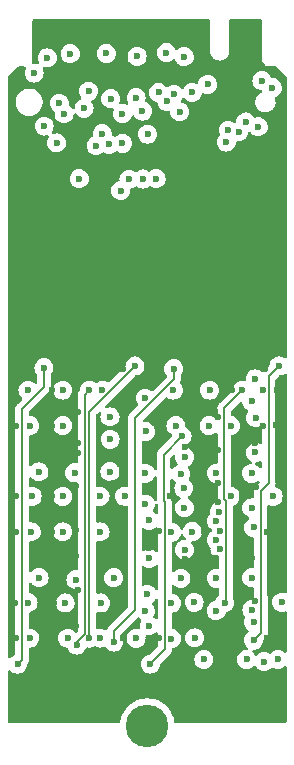
<source format=gbr>
%TF.GenerationSoftware,KiCad,Pcbnew,7.0.5*%
%TF.CreationDate,2023-09-01T16:08:52-05:00*%
%TF.ProjectId,Chimera_0004_Aurora,4368696d-6572-4615-9f30-3030345f4175,rev?*%
%TF.SameCoordinates,Original*%
%TF.FileFunction,Copper,L3,Inr*%
%TF.FilePolarity,Positive*%
%FSLAX46Y46*%
G04 Gerber Fmt 4.6, Leading zero omitted, Abs format (unit mm)*
G04 Created by KiCad (PCBNEW 7.0.5) date 2023-09-01 16:08:52*
%MOMM*%
%LPD*%
G01*
G04 APERTURE LIST*
%TA.AperFunction,ComponentPad*%
%ADD10C,3.600000*%
%TD*%
%TA.AperFunction,ViaPad*%
%ADD11C,0.600000*%
%TD*%
%TA.AperFunction,Conductor*%
%ADD12C,0.152400*%
%TD*%
G04 APERTURE END LIST*
D10*
%TO.N,N/C*%
%TO.C,H1*%
X112500000Y-149900000D03*
%TD*%
D11*
%TO.N,LED_DO*%
X122400000Y-144500000D03*
X110400000Y-100600000D03*
%TO.N,+5V*%
X117100000Y-105200000D03*
X117000000Y-107700000D03*
%TO.N,Net-(LED56-DO)*%
X121500000Y-142672900D03*
X123645300Y-119459600D03*
%TO.N,Net-(LED50-DO)*%
X119047200Y-139500000D03*
X120552900Y-121502800D03*
%TO.N,Net-(LED41-DO)*%
X115443500Y-125400000D03*
X112750000Y-144702800D03*
%TO.N,Net-(LED34-DO)*%
X115649000Y-131449900D03*
X118344000Y-132565000D03*
%TO.N,Net-(LED32-DO)*%
X109650000Y-142827700D03*
X114740700Y-119692500D03*
%TO.N,Net-(LED26-DO)*%
X107600000Y-142500000D03*
X111455800Y-119459600D03*
%TO.N,Net-(LED18-DO)*%
X106533300Y-143100000D03*
X107600000Y-121500000D03*
%TO.N,Net-(LED10-DO)*%
X103750600Y-119599400D03*
X101514200Y-144702800D03*
%TO.N,LED_DI*%
X110250000Y-104607100D03*
%TO.N,Net-(CN1-20-Pad31)*%
X114156000Y-97054400D03*
X114125000Y-92928000D03*
%TO.N,Net-(CN1-20-Pad29)*%
X114748000Y-96463100D03*
%TO.N,Net-(CN1-1-Pad9)*%
X119343000Y-99507100D03*
%TO.N,Net-(CN1-20-Pad63)*%
X105985000Y-93010900D03*
%TO.N,Net-(CN1-1-Pad7)*%
X120251000Y-99629000D03*
%TO.N,Net-(CN1-1-Pad67)*%
X105045000Y-97221400D03*
%TO.N,Net-(CN1-20-Pad61)*%
X106750000Y-103598000D03*
%TO.N,Net-(CN1-20-Pad59)*%
X107144000Y-97644100D03*
%TO.N,Net-(CN1-20-Pad57)*%
X107524000Y-96199400D03*
%TO.N,Net-(CN1-20-Pad55)*%
X108174000Y-100800000D03*
%TO.N,Net-(CN1-20-Pad53)*%
X108696500Y-99795501D03*
%TO.N,Net-(CN1-20-Pad51)*%
X109283500Y-100700000D03*
X109038000Y-92998700D03*
%TO.N,Net-(CN1-20-Pad49)*%
X109404000Y-96835300D03*
%TO.N,Net-(CN1-20-Pad45)*%
X110400000Y-98100000D03*
%TO.N,Net-(CN1-20-Pad43)*%
X110951000Y-103640000D03*
%TO.N,+3V3*%
X123100000Y-95900000D03*
%TO.N,Net-(CN1-20-Pad41)*%
X111635000Y-93248200D03*
X111556000Y-96746600D03*
X112109000Y-103629000D03*
%TO.N,Net-(CN1-1-Pad73)*%
X103768000Y-99155600D03*
%TO.N,Net-(CN1-1-Pad71)*%
X104045000Y-93369500D03*
%TO.N,Net-(CN1-1-Pad69)*%
X104817000Y-100573000D03*
%TO.N,Net-(CN1-20-Pad39)*%
X112085000Y-97876300D03*
%TO.N,Net-(CN1-1-Pad5)*%
X120831000Y-98800000D03*
%TO.N,Net-(CN1-20-Pad37)*%
X112519000Y-99831700D03*
%TO.N,Net-(CN1-20-Pad35)*%
X113250000Y-103607000D03*
%TO.N,Net-(CN1-20-Pad33)*%
X113453000Y-96299800D03*
%TO.N,Net-(CN1-1-Pad66)*%
X105453500Y-98100000D03*
%TO.N,Net-(CN1-20-Pad27)*%
X115250000Y-97947800D03*
%TO.N,Net-(CN1-20-Pad25)*%
X115631000Y-93269900D03*
%TO.N,Net-(CN1-20-Pad23)*%
X116306000Y-96281400D03*
%TO.N,Net-(CN1-20-Pad21)*%
X117612000Y-95617700D03*
%TO.N,Net-(CN1-1-Pad11)*%
X119196000Y-100500000D03*
%TO.N,Net-(CN1-1-Pad3)*%
X121900000Y-99200000D03*
%TO.N,+5V*%
X101305000Y-139500000D03*
X101353400Y-142500000D03*
X103500000Y-135743400D03*
X104450000Y-133500000D03*
X106450000Y-135556500D03*
X106450000Y-129652200D03*
X106605600Y-138414100D03*
X106450000Y-141454700D03*
X106450000Y-133313100D03*
X106666600Y-125971500D03*
X101491900Y-119459600D03*
X101355000Y-133500000D03*
X101355000Y-130500000D03*
X101355000Y-124500000D03*
X113700000Y-124500000D03*
X113700000Y-119459600D03*
X116500000Y-124500000D03*
X119650000Y-121500000D03*
X122598200Y-133500400D03*
X119999800Y-142500000D03*
X122648100Y-142500000D03*
X104560900Y-142500000D03*
X106450000Y-120667800D03*
X104612200Y-139490200D03*
X104450000Y-130500000D03*
X103500000Y-126784000D03*
X104450000Y-121500000D03*
X104450000Y-124500000D03*
X110198400Y-139512700D03*
X110200000Y-133500000D03*
X115350000Y-132495300D03*
X114410000Y-130464900D03*
X118344500Y-138546100D03*
X118331400Y-135743400D03*
X117280000Y-133470000D03*
X116500000Y-130500000D03*
X120480000Y-139465000D03*
X121331000Y-135743400D03*
X118500000Y-131000000D03*
X120510000Y-130480000D03*
X121314400Y-124754100D03*
X123380000Y-124466900D03*
X123480000Y-121465000D03*
X118338000Y-141499200D03*
X115350000Y-141454700D03*
X106647600Y-123337700D03*
X110450000Y-119678500D03*
X113450000Y-133470400D03*
X115651900Y-126350400D03*
X110450000Y-124471700D03*
X110450000Y-142468700D03*
X112650900Y-134881900D03*
X109650000Y-127189600D03*
X112500000Y-137200000D03*
X109650000Y-129398800D03*
X113450000Y-142473800D03*
X115655200Y-135824700D03*
X112649500Y-126784000D03*
X116450000Y-119684600D03*
X115668000Y-138667400D03*
X109549000Y-135093400D03*
X112669900Y-129708000D03*
X118496600Y-123817700D03*
X118499100Y-126588100D03*
X122450000Y-119681400D03*
X121622000Y-139320000D03*
X118501200Y-129389400D03*
X122269800Y-124500000D03*
X118683700Y-133400000D03*
X121655700Y-125978600D03*
X121669900Y-129708000D03*
X106668700Y-126811200D03*
%TO.N,GND*%
X102923000Y-94656200D03*
X122200000Y-95300000D03*
X102401600Y-139500000D03*
X102559200Y-142500000D03*
X106448900Y-137553700D03*
X105350000Y-133500000D03*
X109650000Y-137378400D03*
X108500000Y-130500000D03*
X108500000Y-142500000D03*
X108500000Y-133500000D03*
X102400000Y-121500000D03*
X102680300Y-133500000D03*
X102750000Y-130500000D03*
X114701200Y-121501200D03*
X117778100Y-121500000D03*
X123151900Y-130500000D03*
X105766500Y-142500000D03*
X109343700Y-123763600D03*
X108700000Y-121500000D03*
X105350000Y-130500000D03*
X105350000Y-121500000D03*
X105350000Y-124500000D03*
X110580000Y-130476200D03*
X112500000Y-138800000D03*
X112652800Y-135743400D03*
X112666200Y-132536400D03*
X115657500Y-127162500D03*
X116470000Y-139470000D03*
X115653300Y-135015200D03*
X116320000Y-133479900D03*
X115594500Y-129800500D03*
X121500000Y-141146000D03*
X118653300Y-134983600D03*
X121500000Y-133128900D03*
X119550000Y-130481200D03*
X119550000Y-124500000D03*
X121661000Y-126784000D03*
X121666200Y-123848800D03*
X121652300Y-120555000D03*
X116520000Y-142480000D03*
X112664000Y-141454700D03*
X105550000Y-139525000D03*
X106348100Y-128496200D03*
X102550000Y-124509200D03*
X103329000Y-128419000D03*
X109359200Y-125669100D03*
X103337600Y-137378400D03*
X112329100Y-122191000D03*
X112340100Y-140180000D03*
X114550000Y-133532800D03*
X118353900Y-128546200D03*
X112351900Y-125003000D03*
X111550000Y-142518400D03*
X115350000Y-137440600D03*
X118600000Y-131800000D03*
X112335200Y-128546200D03*
X114550000Y-139535100D03*
X118349500Y-134170600D03*
X112347200Y-131172900D03*
X114918800Y-124519400D03*
X114550000Y-142532900D03*
X118347900Y-137433900D03*
X115334700Y-128601700D03*
X118348900Y-140171200D03*
X117728100Y-124515000D03*
X117295400Y-144307400D03*
X121336100Y-122435300D03*
X121351900Y-140088600D03*
X120903000Y-144305800D03*
X123882700Y-139467000D03*
X121335200Y-128546200D03*
X122269800Y-121500000D03*
X121346900Y-131471200D03*
X123550000Y-144302100D03*
X121339500Y-137378400D03*
X108550000Y-139525000D03*
X109338600Y-128400900D03*
%TD*%
D12*
%TO.N,Net-(LED18-DO)*%
X107208400Y-121891600D02*
X107600000Y-121500000D01*
X107208400Y-142179967D02*
X107208400Y-121891600D01*
X106533300Y-143100000D02*
X106533300Y-142855067D01*
X106533300Y-142855067D02*
X107208400Y-142179967D01*
%TO.N,Net-(LED41-DO)*%
X114000000Y-143452800D02*
X112750000Y-144702800D01*
X114000000Y-131014900D02*
X114000000Y-143452800D01*
X113886500Y-130901400D02*
X114000000Y-131014900D01*
X113886500Y-126957000D02*
X113886500Y-130901400D01*
X115443500Y-125400000D02*
X113886500Y-126957000D01*
%TO.N,Net-(LED56-DO)*%
X122774900Y-120330000D02*
X123645300Y-119459600D01*
X122774900Y-129392900D02*
X122774900Y-120330000D01*
X122092500Y-130075300D02*
X122774900Y-129392900D01*
X122092500Y-139076100D02*
X122092500Y-130075300D01*
X122127100Y-139110700D02*
X122092500Y-139076100D01*
X122127100Y-142045800D02*
X122127100Y-139110700D01*
X121500000Y-142672900D02*
X122127100Y-142045800D01*
%TO.N,Net-(LED50-DO)*%
X119021900Y-123033800D02*
X120552900Y-121502800D01*
X119021900Y-130738400D02*
X119021900Y-123033800D01*
X119186400Y-130902900D02*
X119021900Y-130738400D01*
X119186400Y-139360800D02*
X119186400Y-130902900D01*
X119047200Y-139500000D02*
X119186400Y-139360800D01*
%TO.N,Net-(LED32-DO)*%
X114740700Y-120599300D02*
X114740700Y-119692500D01*
X111434700Y-123905300D02*
X114740700Y-120599300D01*
X111434700Y-140153100D02*
X111434700Y-123905300D01*
X109650000Y-141937800D02*
X111434700Y-140153100D01*
X109650000Y-142827700D02*
X109650000Y-141937800D01*
%TO.N,Net-(LED26-DO)*%
X107600000Y-123315400D02*
X111455800Y-119459600D01*
X107600000Y-142500000D02*
X107600000Y-123315400D01*
%TO.N,Net-(LED10-DO)*%
X101896400Y-144320600D02*
X101514200Y-144702800D01*
X101896400Y-123116400D02*
X101896400Y-144320600D01*
X103750600Y-121262200D02*
X101896400Y-123116400D01*
X103750600Y-119599400D02*
X103750600Y-121262200D01*
%TD*%
%TA.AperFunction,Conductor*%
%TO.N,+5V*%
G36*
X113342634Y-136288158D02*
G01*
X113398567Y-136330030D01*
X113422984Y-136395494D01*
X113423300Y-136404340D01*
X113423300Y-138334400D01*
X113403615Y-138401439D01*
X113350811Y-138447194D01*
X113281653Y-138457138D01*
X113218097Y-138428113D01*
X113194307Y-138400373D01*
X113129817Y-138297739D01*
X113002262Y-138170184D01*
X112849523Y-138074211D01*
X112679254Y-138014631D01*
X112679249Y-138014630D01*
X112500004Y-137994435D01*
X112499996Y-137994435D01*
X112320750Y-138014630D01*
X112320742Y-138014632D01*
X112176354Y-138065156D01*
X112106576Y-138068717D01*
X112045948Y-138033988D01*
X112013721Y-137971995D01*
X112011400Y-137948114D01*
X112011400Y-136510151D01*
X112031085Y-136443112D01*
X112083889Y-136397357D01*
X112153047Y-136387413D01*
X112201371Y-136405156D01*
X112303278Y-136469189D01*
X112420341Y-136510151D01*
X112473545Y-136528768D01*
X112473550Y-136528769D01*
X112652796Y-136548965D01*
X112652800Y-136548965D01*
X112652804Y-136548965D01*
X112832049Y-136528769D01*
X112832052Y-136528768D01*
X112832055Y-136528768D01*
X113002322Y-136469189D01*
X113155062Y-136373216D01*
X113211619Y-136316659D01*
X113272942Y-136283174D01*
X113342634Y-136288158D01*
G37*
%TD.AperFunction*%
%TA.AperFunction,Conductor*%
G36*
X113342632Y-133094557D02*
G01*
X113398566Y-133136428D01*
X113422984Y-133201892D01*
X113423300Y-133210739D01*
X113423300Y-135082460D01*
X113403615Y-135149499D01*
X113350811Y-135195254D01*
X113281653Y-135205198D01*
X113218097Y-135176173D01*
X113211619Y-135170141D01*
X113155062Y-135113584D01*
X113002323Y-135017611D01*
X112832054Y-134958031D01*
X112832049Y-134958030D01*
X112652804Y-134937835D01*
X112652796Y-134937835D01*
X112473550Y-134958030D01*
X112473545Y-134958031D01*
X112303276Y-135017611D01*
X112201372Y-135081642D01*
X112134135Y-135100642D01*
X112067300Y-135080274D01*
X112022086Y-135027006D01*
X112011400Y-134976648D01*
X112011400Y-133294731D01*
X112031085Y-133227692D01*
X112083889Y-133181937D01*
X112153047Y-133171993D01*
X112201370Y-133189736D01*
X112316678Y-133262189D01*
X112472939Y-133316867D01*
X112486945Y-133321768D01*
X112486950Y-133321769D01*
X112666196Y-133341965D01*
X112666200Y-133341965D01*
X112666204Y-133341965D01*
X112845449Y-133321769D01*
X112845452Y-133321768D01*
X112845455Y-133321768D01*
X113015722Y-133262189D01*
X113168462Y-133166216D01*
X113211620Y-133123057D01*
X113272941Y-133089573D01*
X113342632Y-133094557D01*
G37*
%TD.AperFunction*%
%TA.AperFunction,Conductor*%
G36*
X113242994Y-128804452D02*
G01*
X113293397Y-128852839D01*
X113309800Y-128914474D01*
X113309800Y-130771840D01*
X113290115Y-130838879D01*
X113237311Y-130884634D01*
X113168153Y-130894578D01*
X113104597Y-130865553D01*
X113076803Y-130829205D01*
X113076694Y-130829274D01*
X113075947Y-130828085D01*
X113074081Y-130825645D01*
X113072990Y-130823381D01*
X113072989Y-130823378D01*
X112977016Y-130670638D01*
X112849462Y-130543084D01*
X112780899Y-130500003D01*
X112696723Y-130447111D01*
X112526454Y-130387531D01*
X112526449Y-130387530D01*
X112347204Y-130367335D01*
X112347196Y-130367335D01*
X112167942Y-130387531D01*
X112162979Y-130388664D01*
X112093241Y-130384383D01*
X112036887Y-130343079D01*
X112011811Y-130277865D01*
X112011400Y-130267794D01*
X112011400Y-129454038D01*
X112031085Y-129386998D01*
X112083889Y-129341244D01*
X112149283Y-129330818D01*
X112335196Y-129351765D01*
X112335200Y-129351765D01*
X112335204Y-129351765D01*
X112514449Y-129331569D01*
X112514452Y-129331568D01*
X112514455Y-129331568D01*
X112684722Y-129271989D01*
X112837462Y-129176016D01*
X112965016Y-129048462D01*
X113060989Y-128895722D01*
X113068757Y-128873520D01*
X113109480Y-128816744D01*
X113174432Y-128790996D01*
X113242994Y-128804452D01*
G37*
%TD.AperFunction*%
%TA.AperFunction,Conductor*%
G36*
X117767539Y-90120185D02*
G01*
X117813294Y-90172989D01*
X117824500Y-90224500D01*
X117824500Y-92884135D01*
X117851444Y-93010900D01*
X117859486Y-93048731D01*
X117927928Y-93202455D01*
X118026836Y-93338589D01*
X118026837Y-93338590D01*
X118026838Y-93338591D01*
X118026840Y-93338594D01*
X118102907Y-93407084D01*
X118151886Y-93451185D01*
X118297614Y-93535321D01*
X118297616Y-93535321D01*
X118297619Y-93535323D01*
X118338941Y-93548749D01*
X118457650Y-93587320D01*
X118625000Y-93604909D01*
X118792350Y-93587320D01*
X118952386Y-93535321D01*
X119098114Y-93451185D01*
X119199254Y-93360118D01*
X119223159Y-93338594D01*
X119223159Y-93338592D01*
X119223164Y-93338589D01*
X119322072Y-93202455D01*
X119390514Y-93048731D01*
X119425500Y-92884136D01*
X119425500Y-92800000D01*
X119425500Y-92760118D01*
X119425500Y-92735456D01*
X119425499Y-92735450D01*
X119425500Y-90224500D01*
X119445185Y-90157460D01*
X119497989Y-90111706D01*
X119549500Y-90100500D01*
X122100500Y-90100500D01*
X122167539Y-90120185D01*
X122213294Y-90172989D01*
X122224500Y-90224500D01*
X122224500Y-93360118D01*
X122224500Y-93400000D01*
X122224500Y-93468993D01*
X122224500Y-93468995D01*
X122224499Y-93468995D01*
X122251418Y-93604322D01*
X122251421Y-93604332D01*
X122304221Y-93731804D01*
X122304228Y-93731817D01*
X122380885Y-93846541D01*
X122380888Y-93846545D01*
X122478454Y-93944111D01*
X122478458Y-93944114D01*
X122593182Y-94020771D01*
X122593195Y-94020778D01*
X122676465Y-94055269D01*
X122720672Y-94073580D01*
X122720676Y-94073580D01*
X122720677Y-94073581D01*
X122856004Y-94100500D01*
X122856007Y-94100500D01*
X122902410Y-94100500D01*
X123365589Y-94100500D01*
X123432628Y-94120185D01*
X123453270Y-94136819D01*
X124263181Y-94946730D01*
X124296666Y-95008053D01*
X124299500Y-95034411D01*
X124299500Y-118700891D01*
X124279815Y-118767930D01*
X124227011Y-118813685D01*
X124157853Y-118823629D01*
X124109528Y-118805885D01*
X123994823Y-118733811D01*
X123824554Y-118674231D01*
X123824549Y-118674230D01*
X123645304Y-118654035D01*
X123645296Y-118654035D01*
X123466050Y-118674230D01*
X123466045Y-118674231D01*
X123295776Y-118733811D01*
X123143037Y-118829784D01*
X123015484Y-118957337D01*
X122919510Y-119110078D01*
X122859930Y-119280350D01*
X122845863Y-119405200D01*
X122818796Y-119469614D01*
X122810324Y-119478997D01*
X122396713Y-119892608D01*
X122390611Y-119897960D01*
X122363591Y-119918693D01*
X122356092Y-119928467D01*
X122299663Y-119969668D01*
X122229917Y-119973821D01*
X122170037Y-119940659D01*
X122154562Y-119925184D01*
X122001823Y-119829211D01*
X121831554Y-119769631D01*
X121831549Y-119769630D01*
X121652304Y-119749435D01*
X121652296Y-119749435D01*
X121473050Y-119769630D01*
X121473045Y-119769631D01*
X121302776Y-119829211D01*
X121150037Y-119925184D01*
X121022484Y-120052737D01*
X120926511Y-120205476D01*
X120866931Y-120375745D01*
X120866930Y-120375750D01*
X120846735Y-120554996D01*
X120846735Y-120555000D01*
X120849336Y-120578084D01*
X120837280Y-120646906D01*
X120789930Y-120698285D01*
X120722320Y-120715908D01*
X120712232Y-120715186D01*
X120552904Y-120697235D01*
X120552896Y-120697235D01*
X120373650Y-120717430D01*
X120373645Y-120717431D01*
X120203376Y-120777011D01*
X120050637Y-120872984D01*
X119923084Y-121000537D01*
X119827110Y-121153278D01*
X119767530Y-121323550D01*
X119753463Y-121448400D01*
X119726396Y-121512814D01*
X119717924Y-121522197D01*
X118643713Y-122596409D01*
X118637610Y-122601760D01*
X118610594Y-122622492D01*
X118574921Y-122668980D01*
X118518153Y-122742961D01*
X118460044Y-122883250D01*
X118460043Y-122883252D01*
X118440224Y-123033798D01*
X118440224Y-123033800D01*
X118444669Y-123067561D01*
X118445200Y-123075662D01*
X118445200Y-123800660D01*
X118425515Y-123867699D01*
X118372711Y-123913454D01*
X118303553Y-123923398D01*
X118239997Y-123894373D01*
X118233519Y-123888341D01*
X118230362Y-123885184D01*
X118077623Y-123789211D01*
X117907354Y-123729631D01*
X117907349Y-123729630D01*
X117728104Y-123709435D01*
X117728096Y-123709435D01*
X117548850Y-123729630D01*
X117548845Y-123729631D01*
X117378576Y-123789211D01*
X117225837Y-123885184D01*
X117098284Y-124012737D01*
X117002311Y-124165476D01*
X116942731Y-124335745D01*
X116942730Y-124335750D01*
X116922535Y-124514996D01*
X116922535Y-124515003D01*
X116942730Y-124694249D01*
X116942731Y-124694254D01*
X117002311Y-124864523D01*
X117014381Y-124883732D01*
X117098284Y-125017262D01*
X117225838Y-125144816D01*
X117260886Y-125166838D01*
X117369345Y-125234988D01*
X117378578Y-125240789D01*
X117512588Y-125287681D01*
X117548845Y-125300368D01*
X117548850Y-125300369D01*
X117728096Y-125320565D01*
X117728100Y-125320565D01*
X117728104Y-125320565D01*
X117907349Y-125300369D01*
X117907352Y-125300368D01*
X117907355Y-125300368D01*
X118077622Y-125240789D01*
X118230362Y-125144816D01*
X118233518Y-125141659D01*
X118294842Y-125108174D01*
X118364534Y-125113158D01*
X118420467Y-125155030D01*
X118444884Y-125220494D01*
X118445200Y-125229340D01*
X118445200Y-127619534D01*
X118425515Y-127686573D01*
X118372711Y-127732328D01*
X118335084Y-127742754D01*
X118174649Y-127760830D01*
X118174645Y-127760831D01*
X118004376Y-127820411D01*
X117851637Y-127916384D01*
X117724084Y-128043937D01*
X117628111Y-128196676D01*
X117568531Y-128366945D01*
X117568530Y-128366950D01*
X117548335Y-128546196D01*
X117548335Y-128546203D01*
X117568530Y-128725449D01*
X117568531Y-128725454D01*
X117628111Y-128895723D01*
X117685607Y-128987226D01*
X117724084Y-129048462D01*
X117851638Y-129176016D01*
X117924802Y-129221988D01*
X117958993Y-129243472D01*
X118004378Y-129271989D01*
X118172502Y-129330818D01*
X118174645Y-129331568D01*
X118174650Y-129331569D01*
X118335083Y-129349645D01*
X118399497Y-129376711D01*
X118439052Y-129434306D01*
X118445200Y-129472865D01*
X118445200Y-130696535D01*
X118444669Y-130704636D01*
X118440224Y-130738398D01*
X118440224Y-130738401D01*
X118460974Y-130896016D01*
X118450208Y-130965051D01*
X118403828Y-131017307D01*
X118378989Y-131029243D01*
X118250478Y-131074210D01*
X118097737Y-131170184D01*
X117970184Y-131297737D01*
X117874211Y-131450476D01*
X117814631Y-131620745D01*
X117814630Y-131620750D01*
X117794435Y-131799997D01*
X117794435Y-131800004D01*
X117806227Y-131904667D01*
X117794172Y-131973489D01*
X117770690Y-132006230D01*
X117714185Y-132062736D01*
X117618211Y-132215476D01*
X117558631Y-132385745D01*
X117558630Y-132385750D01*
X117538435Y-132564996D01*
X117538435Y-132565003D01*
X117558630Y-132744249D01*
X117558631Y-132744254D01*
X117618211Y-132914523D01*
X117670499Y-132997738D01*
X117714184Y-133067262D01*
X117841738Y-133194816D01*
X117952694Y-133264534D01*
X117998984Y-133316867D01*
X118009633Y-133385921D01*
X117981257Y-133449769D01*
X117952694Y-133474520D01*
X117847240Y-133540782D01*
X117847237Y-133540784D01*
X117719684Y-133668337D01*
X117623711Y-133821076D01*
X117564131Y-133991345D01*
X117564130Y-133991350D01*
X117543935Y-134170596D01*
X117543935Y-134170603D01*
X117564130Y-134349849D01*
X117564131Y-134349854D01*
X117623711Y-134520123D01*
X117719684Y-134672862D01*
X117824009Y-134777187D01*
X117857494Y-134838510D01*
X117859548Y-134878751D01*
X117847735Y-134983597D01*
X117847735Y-134983603D01*
X117867930Y-135162849D01*
X117867931Y-135162854D01*
X117927511Y-135333123D01*
X118023484Y-135485862D01*
X118151038Y-135613416D01*
X118303778Y-135709389D01*
X118474045Y-135768968D01*
X118499581Y-135771845D01*
X118563994Y-135798909D01*
X118603551Y-135856502D01*
X118609700Y-135895065D01*
X118609700Y-136519076D01*
X118590015Y-136586115D01*
X118537211Y-136631870D01*
X118471817Y-136642296D01*
X118347904Y-136628335D01*
X118347896Y-136628335D01*
X118168650Y-136648530D01*
X118168645Y-136648531D01*
X117998376Y-136708111D01*
X117845637Y-136804084D01*
X117718084Y-136931637D01*
X117622111Y-137084376D01*
X117562531Y-137254645D01*
X117562530Y-137254650D01*
X117542335Y-137433896D01*
X117542335Y-137433903D01*
X117562530Y-137613149D01*
X117562531Y-137613154D01*
X117622111Y-137783423D01*
X117683211Y-137880662D01*
X117718084Y-137936162D01*
X117845638Y-138063716D01*
X117998378Y-138159689D01*
X118089829Y-138191689D01*
X118168645Y-138219268D01*
X118168650Y-138219269D01*
X118347896Y-138239465D01*
X118347900Y-138239465D01*
X118347903Y-138239465D01*
X118433758Y-138229791D01*
X118471816Y-138225503D01*
X118540638Y-138237557D01*
X118592018Y-138284906D01*
X118609700Y-138348723D01*
X118609700Y-138760958D01*
X118590015Y-138827997D01*
X118551674Y-138865950D01*
X118544944Y-138870178D01*
X118544939Y-138870182D01*
X118417384Y-138997737D01*
X118321411Y-139150476D01*
X118293776Y-139229453D01*
X118267961Y-139303231D01*
X118267640Y-139304147D01*
X118226918Y-139360923D01*
X118175870Y-139381780D01*
X118176441Y-139384280D01*
X118169653Y-139385829D01*
X117999378Y-139445410D01*
X117846637Y-139541384D01*
X117719084Y-139668937D01*
X117623111Y-139821676D01*
X117563531Y-139991945D01*
X117563530Y-139991950D01*
X117543335Y-140171196D01*
X117543335Y-140171203D01*
X117563530Y-140350449D01*
X117563531Y-140350454D01*
X117623111Y-140520723D01*
X117667183Y-140590862D01*
X117719084Y-140673462D01*
X117846638Y-140801016D01*
X117999378Y-140896989D01*
X118079429Y-140925000D01*
X118169645Y-140956568D01*
X118169650Y-140956569D01*
X118348896Y-140976765D01*
X118348900Y-140976765D01*
X118348904Y-140976765D01*
X118528149Y-140956569D01*
X118528152Y-140956568D01*
X118528155Y-140956568D01*
X118698422Y-140896989D01*
X118851162Y-140801016D01*
X118978716Y-140673462D01*
X119074689Y-140520722D01*
X119128460Y-140367050D01*
X119169182Y-140310276D01*
X119220242Y-140289444D01*
X119219666Y-140286918D01*
X119226451Y-140285369D01*
X119226453Y-140285368D01*
X119226455Y-140285368D01*
X119396722Y-140225789D01*
X119549462Y-140129816D01*
X119677016Y-140002262D01*
X119772989Y-139849522D01*
X119832568Y-139679255D01*
X119832739Y-139677738D01*
X119852765Y-139500003D01*
X119852765Y-139499996D01*
X119832569Y-139320750D01*
X119832566Y-139320737D01*
X119770690Y-139143906D01*
X119772590Y-139143241D01*
X119763100Y-139101640D01*
X119763100Y-131342708D01*
X119782785Y-131275669D01*
X119835589Y-131229914D01*
X119846146Y-131225666D01*
X119899522Y-131206989D01*
X120052262Y-131111016D01*
X120179816Y-130983462D01*
X120275789Y-130830722D01*
X120335368Y-130660455D01*
X120335369Y-130660449D01*
X120355565Y-130481203D01*
X120355565Y-130481196D01*
X120335369Y-130301950D01*
X120335368Y-130301945D01*
X120282367Y-130150478D01*
X120275789Y-130131678D01*
X120272647Y-130126678D01*
X120180329Y-129979755D01*
X120179816Y-129978938D01*
X120052262Y-129851384D01*
X120044305Y-129846384D01*
X119899521Y-129755410D01*
X119735571Y-129698042D01*
X119729255Y-129695832D01*
X119729254Y-129695831D01*
X119729249Y-129695830D01*
X119708716Y-129693517D01*
X119644302Y-129666450D01*
X119604747Y-129608855D01*
X119598600Y-129570297D01*
X119598600Y-125410902D01*
X119618285Y-125343863D01*
X119671089Y-125298108D01*
X119708715Y-125287682D01*
X119729255Y-125285368D01*
X119899522Y-125225789D01*
X120052262Y-125129816D01*
X120179816Y-125002262D01*
X120275789Y-124849522D01*
X120335368Y-124679255D01*
X120335369Y-124679249D01*
X120355565Y-124500003D01*
X120355565Y-124499996D01*
X120335369Y-124320750D01*
X120335368Y-124320745D01*
X120299287Y-124217631D01*
X120275789Y-124150478D01*
X120179816Y-123997738D01*
X120052262Y-123870184D01*
X120018223Y-123848796D01*
X119899521Y-123774210D01*
X119729249Y-123714630D01*
X119708715Y-123712317D01*
X119644301Y-123685250D01*
X119604746Y-123627656D01*
X119598599Y-123589101D01*
X119598599Y-123324037D01*
X119618284Y-123256999D01*
X119634913Y-123236362D01*
X120338889Y-122532386D01*
X120400210Y-122498903D01*
X120469902Y-122503887D01*
X120525835Y-122545759D01*
X120549788Y-122606183D01*
X120550731Y-122614551D01*
X120550731Y-122614554D01*
X120610311Y-122784823D01*
X120656080Y-122857663D01*
X120706284Y-122937562D01*
X120833838Y-123065116D01*
X120986578Y-123161089D01*
X120986582Y-123161090D01*
X120989322Y-123162410D01*
X120990791Y-123163737D01*
X120992474Y-123164794D01*
X120992288Y-123165088D01*
X121041183Y-123209232D01*
X121059497Y-123276658D01*
X121039418Y-123340220D01*
X121040089Y-123340642D01*
X121038472Y-123343214D01*
X121038451Y-123343283D01*
X121038299Y-123343490D01*
X120940411Y-123499276D01*
X120880831Y-123669545D01*
X120880830Y-123669550D01*
X120860635Y-123848796D01*
X120860635Y-123848803D01*
X120880830Y-124028049D01*
X120880831Y-124028054D01*
X120940411Y-124198323D01*
X121036384Y-124351062D01*
X121163938Y-124478616D01*
X121221843Y-124515000D01*
X121313098Y-124572340D01*
X121316678Y-124574589D01*
X121464271Y-124626234D01*
X121486945Y-124634168D01*
X121486950Y-124634169D01*
X121666196Y-124654365D01*
X121666200Y-124654365D01*
X121666204Y-124654365D01*
X121845449Y-124634169D01*
X121845452Y-124634168D01*
X121845455Y-124634168D01*
X122015722Y-124574589D01*
X122015722Y-124574588D01*
X122020392Y-124572340D01*
X122089333Y-124560984D01*
X122153469Y-124588703D01*
X122192438Y-124646696D01*
X122198200Y-124684057D01*
X122198200Y-125951775D01*
X122178515Y-126018814D01*
X122125711Y-126064569D01*
X122056553Y-126074513D01*
X122017333Y-126060113D01*
X122016795Y-126061231D01*
X122010529Y-126058213D01*
X121840254Y-125998631D01*
X121840249Y-125998630D01*
X121661004Y-125978435D01*
X121660996Y-125978435D01*
X121481750Y-125998630D01*
X121481745Y-125998631D01*
X121311476Y-126058211D01*
X121158737Y-126154184D01*
X121031184Y-126281737D01*
X120935211Y-126434476D01*
X120875631Y-126604745D01*
X120875630Y-126604750D01*
X120855435Y-126783996D01*
X120855435Y-126784003D01*
X120875630Y-126963249D01*
X120875631Y-126963254D01*
X120935211Y-127133523D01*
X121031183Y-127286261D01*
X121031184Y-127286262D01*
X121158738Y-127413816D01*
X121235108Y-127461802D01*
X121311479Y-127509790D01*
X121316648Y-127512279D01*
X121368510Y-127559099D01*
X121386825Y-127626526D01*
X121365780Y-127693150D01*
X121312055Y-127737821D01*
X121276735Y-127747221D01*
X121155949Y-127760830D01*
X121155945Y-127760831D01*
X120985676Y-127820411D01*
X120832937Y-127916384D01*
X120705384Y-128043937D01*
X120609411Y-128196676D01*
X120549831Y-128366945D01*
X120549830Y-128366950D01*
X120529635Y-128546196D01*
X120529635Y-128546203D01*
X120549830Y-128725449D01*
X120549831Y-128725454D01*
X120609411Y-128895723D01*
X120666907Y-128987226D01*
X120705384Y-129048462D01*
X120832938Y-129176016D01*
X120906102Y-129221988D01*
X120940293Y-129243472D01*
X120985678Y-129271989D01*
X121153802Y-129330818D01*
X121155945Y-129331568D01*
X121155950Y-129331569D01*
X121335196Y-129351765D01*
X121335200Y-129351765D01*
X121335204Y-129351765D01*
X121514449Y-129331569D01*
X121514452Y-129331568D01*
X121514455Y-129331568D01*
X121684722Y-129271989D01*
X121817056Y-129188837D01*
X121884292Y-129169837D01*
X121951127Y-129190204D01*
X121996342Y-129243472D01*
X122005580Y-129312728D01*
X121975908Y-129375985D01*
X121970709Y-129381512D01*
X121714313Y-129637908D01*
X121708211Y-129643260D01*
X121681191Y-129663993D01*
X121588754Y-129784461D01*
X121588752Y-129784464D01*
X121530644Y-129924750D01*
X121530643Y-129924753D01*
X121526357Y-129957316D01*
X121510824Y-130075299D01*
X121515269Y-130109061D01*
X121515800Y-130117163D01*
X121515800Y-130545909D01*
X121496115Y-130612948D01*
X121443311Y-130658703D01*
X121377918Y-130669129D01*
X121346904Y-130665635D01*
X121346896Y-130665635D01*
X121167650Y-130685830D01*
X121167645Y-130685831D01*
X120997376Y-130745411D01*
X120844637Y-130841384D01*
X120717084Y-130968937D01*
X120621111Y-131121676D01*
X120561531Y-131291945D01*
X120561530Y-131291950D01*
X120541335Y-131471196D01*
X120541335Y-131471203D01*
X120561530Y-131650449D01*
X120561531Y-131650454D01*
X120621111Y-131820723D01*
X120675062Y-131906585D01*
X120717084Y-131973462D01*
X120844638Y-132101016D01*
X120997378Y-132196989D01*
X121063377Y-132220083D01*
X121120153Y-132260805D01*
X121145901Y-132325757D01*
X121132445Y-132394319D01*
X121088396Y-132442118D01*
X120997740Y-132499082D01*
X120997737Y-132499084D01*
X120870184Y-132626637D01*
X120774211Y-132779376D01*
X120714631Y-132949645D01*
X120714630Y-132949650D01*
X120694435Y-133128896D01*
X120694435Y-133128903D01*
X120714630Y-133308149D01*
X120714631Y-133308154D01*
X120774211Y-133478423D01*
X120870183Y-133631162D01*
X120870184Y-133631162D01*
X120997738Y-133758716D01*
X121088080Y-133815482D01*
X121142254Y-133849522D01*
X121150478Y-133854689D01*
X121229446Y-133882321D01*
X121320745Y-133914268D01*
X121320750Y-133914269D01*
X121405682Y-133923838D01*
X121470097Y-133950904D01*
X121509652Y-134008498D01*
X121515800Y-134047058D01*
X121515800Y-136453943D01*
X121496115Y-136520982D01*
X121443311Y-136566737D01*
X121377917Y-136577163D01*
X121339504Y-136572835D01*
X121339496Y-136572835D01*
X121160250Y-136593030D01*
X121160245Y-136593031D01*
X120989976Y-136652611D01*
X120837237Y-136748584D01*
X120709684Y-136876137D01*
X120613711Y-137028876D01*
X120554131Y-137199145D01*
X120554130Y-137199150D01*
X120533935Y-137378396D01*
X120533935Y-137378403D01*
X120554130Y-137557649D01*
X120554131Y-137557654D01*
X120613711Y-137727923D01*
X120668325Y-137814840D01*
X120709684Y-137880662D01*
X120837238Y-138008216D01*
X120989978Y-138104189D01*
X121148585Y-138159688D01*
X121160245Y-138163768D01*
X121160250Y-138163769D01*
X121339497Y-138183965D01*
X121339500Y-138183965D01*
X121377916Y-138179636D01*
X121446736Y-138191689D01*
X121498116Y-138239037D01*
X121515800Y-138302856D01*
X121515800Y-139034235D01*
X121515269Y-139042336D01*
X121510824Y-139076098D01*
X121510824Y-139076102D01*
X121515127Y-139108789D01*
X121515132Y-139108822D01*
X121520180Y-139147176D01*
X121509413Y-139216211D01*
X121463032Y-139268466D01*
X121395763Y-139287350D01*
X121383358Y-139286579D01*
X121351904Y-139283035D01*
X121351896Y-139283035D01*
X121172650Y-139303230D01*
X121172645Y-139303231D01*
X121002376Y-139362811D01*
X120849637Y-139458784D01*
X120722084Y-139586337D01*
X120626111Y-139739076D01*
X120566531Y-139909345D01*
X120566530Y-139909350D01*
X120546335Y-140088596D01*
X120546335Y-140088603D01*
X120566530Y-140267849D01*
X120566531Y-140267854D01*
X120626111Y-140438123D01*
X120722084Y-140590862D01*
X120763515Y-140632293D01*
X120797000Y-140693616D01*
X120792016Y-140763308D01*
X120780829Y-140785944D01*
X120774212Y-140796474D01*
X120774209Y-140796481D01*
X120714633Y-140966737D01*
X120714630Y-140966750D01*
X120694435Y-141145996D01*
X120694435Y-141146003D01*
X120714630Y-141325249D01*
X120714631Y-141325254D01*
X120774211Y-141495523D01*
X120870184Y-141648262D01*
X120997739Y-141775817D01*
X121043319Y-141804457D01*
X121089609Y-141856791D01*
X121100257Y-141925845D01*
X121071882Y-141989693D01*
X121043319Y-142014443D01*
X120997739Y-142043082D01*
X120870184Y-142170637D01*
X120774211Y-142323376D01*
X120714631Y-142493645D01*
X120714630Y-142493650D01*
X120694435Y-142672896D01*
X120694435Y-142672903D01*
X120714630Y-142852149D01*
X120714631Y-142852154D01*
X120774211Y-143022423D01*
X120870184Y-143175162D01*
X120983590Y-143288568D01*
X121017075Y-143349891D01*
X121012091Y-143419583D01*
X120970219Y-143475516D01*
X120909792Y-143499469D01*
X120723750Y-143520430D01*
X120723745Y-143520431D01*
X120553476Y-143580011D01*
X120400737Y-143675984D01*
X120273184Y-143803537D01*
X120177211Y-143956276D01*
X120117631Y-144126545D01*
X120117630Y-144126550D01*
X120097435Y-144305796D01*
X120097435Y-144305803D01*
X120117630Y-144485049D01*
X120117631Y-144485054D01*
X120177211Y-144655323D01*
X120238431Y-144752753D01*
X120273184Y-144808062D01*
X120400738Y-144935616D01*
X120553478Y-145031589D01*
X120713171Y-145087468D01*
X120723745Y-145091168D01*
X120723750Y-145091169D01*
X120902996Y-145111365D01*
X120903000Y-145111365D01*
X120903004Y-145111365D01*
X121082249Y-145091169D01*
X121082252Y-145091168D01*
X121082255Y-145091168D01*
X121252522Y-145031589D01*
X121405262Y-144935616D01*
X121493705Y-144847172D01*
X121555024Y-144813690D01*
X121624716Y-144818674D01*
X121680650Y-144860545D01*
X121686376Y-144868883D01*
X121770184Y-145002262D01*
X121897738Y-145129816D01*
X122050478Y-145225789D01*
X122220744Y-145285368D01*
X122220745Y-145285368D01*
X122220750Y-145285369D01*
X122399996Y-145305565D01*
X122400000Y-145305565D01*
X122400004Y-145305565D01*
X122579249Y-145285369D01*
X122579252Y-145285368D01*
X122579255Y-145285368D01*
X122749522Y-145225789D01*
X122902262Y-145129816D01*
X123010008Y-145022069D01*
X123071332Y-144988584D01*
X123141024Y-144993568D01*
X123163662Y-145004757D01*
X123200473Y-145027887D01*
X123200477Y-145027888D01*
X123200478Y-145027889D01*
X123370745Y-145087467D01*
X123370745Y-145087468D01*
X123370750Y-145087469D01*
X123549996Y-145107665D01*
X123550000Y-145107665D01*
X123550004Y-145107665D01*
X123729249Y-145087469D01*
X123729252Y-145087468D01*
X123729255Y-145087468D01*
X123899522Y-145027889D01*
X124052262Y-144931916D01*
X124087819Y-144896358D01*
X124149142Y-144862874D01*
X124218834Y-144867858D01*
X124274767Y-144909730D01*
X124299184Y-144975194D01*
X124299500Y-144984040D01*
X124299500Y-149575500D01*
X124279815Y-149642539D01*
X124227011Y-149688294D01*
X124175500Y-149699500D01*
X114907452Y-149699500D01*
X114840413Y-149679815D01*
X114794658Y-149627011D01*
X114785835Y-149599692D01*
X114771121Y-149525723D01*
X114726880Y-149303309D01*
X114629945Y-149017748D01*
X114496566Y-148747282D01*
X114329025Y-148496539D01*
X114130189Y-148269810D01*
X113903459Y-148070973D01*
X113652720Y-147903435D01*
X113652713Y-147903431D01*
X113382268Y-147770062D01*
X113382247Y-147770053D01*
X113096698Y-147673122D01*
X113096692Y-147673120D01*
X113096691Y-147673120D01*
X113096689Y-147673119D01*
X113096683Y-147673118D01*
X112800930Y-147614288D01*
X112800921Y-147614287D01*
X112800920Y-147614287D01*
X112500000Y-147594564D01*
X112499999Y-147594564D01*
X112349540Y-147604425D01*
X112199080Y-147614287D01*
X112199079Y-147614287D01*
X112199069Y-147614288D01*
X111903316Y-147673118D01*
X111903301Y-147673122D01*
X111617752Y-147770053D01*
X111617731Y-147770062D01*
X111347286Y-147903431D01*
X111347279Y-147903435D01*
X111096540Y-148070973D01*
X110869810Y-148269810D01*
X110670973Y-148496540D01*
X110503435Y-148747279D01*
X110503431Y-148747286D01*
X110370062Y-149017731D01*
X110370053Y-149017752D01*
X110273122Y-149303301D01*
X110273119Y-149303313D01*
X110214165Y-149599692D01*
X110181780Y-149661603D01*
X110121064Y-149696177D01*
X110092548Y-149699500D01*
X100824500Y-149699500D01*
X100757461Y-149679815D01*
X100711706Y-149627011D01*
X100700500Y-149575500D01*
X100700500Y-145320540D01*
X100720185Y-145253501D01*
X100772989Y-145207746D01*
X100842147Y-145197802D01*
X100905703Y-145226827D01*
X100912180Y-145232858D01*
X101011938Y-145332616D01*
X101164678Y-145428589D01*
X101334944Y-145488168D01*
X101334945Y-145488168D01*
X101334950Y-145488169D01*
X101514196Y-145508365D01*
X101514200Y-145508365D01*
X101514204Y-145508365D01*
X101693449Y-145488169D01*
X101693452Y-145488168D01*
X101693455Y-145488168D01*
X101863722Y-145428589D01*
X102016462Y-145332616D01*
X102144016Y-145205062D01*
X102239989Y-145052322D01*
X102299568Y-144882055D01*
X102303234Y-144849522D01*
X102314136Y-144752753D01*
X102338979Y-144691151D01*
X102400146Y-144611438D01*
X102458256Y-144471149D01*
X102473100Y-144358397D01*
X102474940Y-144344424D01*
X102474940Y-144344414D01*
X102478076Y-144320602D01*
X102478076Y-144320601D01*
X102473630Y-144286836D01*
X102473099Y-144278733D01*
X102473099Y-143797344D01*
X102473099Y-143426076D01*
X102492784Y-143359040D01*
X102545588Y-143313285D01*
X102583215Y-143302859D01*
X102611391Y-143299684D01*
X102738449Y-143285369D01*
X102738452Y-143285368D01*
X102738455Y-143285368D01*
X102908722Y-143225789D01*
X103061462Y-143129816D01*
X103189016Y-143002262D01*
X103284989Y-142849522D01*
X103344568Y-142679255D01*
X103345284Y-142672900D01*
X103364765Y-142500003D01*
X104960935Y-142500003D01*
X104981130Y-142679249D01*
X104981131Y-142679254D01*
X105040711Y-142849523D01*
X105042365Y-142852155D01*
X105136684Y-143002262D01*
X105264238Y-143129816D01*
X105316598Y-143162716D01*
X105415260Y-143224710D01*
X105416978Y-143225789D01*
X105530091Y-143265369D01*
X105587245Y-143285368D01*
X105587250Y-143285369D01*
X105679327Y-143295743D01*
X105743742Y-143322809D01*
X105782486Y-143378008D01*
X105807509Y-143449518D01*
X105807510Y-143449522D01*
X105887178Y-143576311D01*
X105903484Y-143602262D01*
X106031038Y-143729816D01*
X106051858Y-143742898D01*
X106183774Y-143825787D01*
X106183778Y-143825789D01*
X106276818Y-143858345D01*
X106354045Y-143885368D01*
X106354050Y-143885369D01*
X106533296Y-143905565D01*
X106533300Y-143905565D01*
X106533304Y-143905565D01*
X106712549Y-143885369D01*
X106712552Y-143885368D01*
X106712555Y-143885368D01*
X106882822Y-143825789D01*
X107035562Y-143729816D01*
X107163116Y-143602262D01*
X107259089Y-143449522D01*
X107287822Y-143367407D01*
X107328542Y-143310633D01*
X107393495Y-143284885D01*
X107418747Y-143285143D01*
X107599997Y-143305565D01*
X107600000Y-143305565D01*
X107600004Y-143305565D01*
X107779249Y-143285369D01*
X107779252Y-143285368D01*
X107779255Y-143285368D01*
X107949522Y-143225789D01*
X107951240Y-143224710D01*
X107984027Y-143204108D01*
X108051263Y-143185107D01*
X108115973Y-143204108D01*
X108150475Y-143225788D01*
X108320745Y-143285368D01*
X108320750Y-143285369D01*
X108499996Y-143305565D01*
X108500000Y-143305565D01*
X108500004Y-143305565D01*
X108679249Y-143285369D01*
X108679251Y-143285368D01*
X108679255Y-143285368D01*
X108679258Y-143285366D01*
X108679262Y-143285366D01*
X108842428Y-143228272D01*
X108912207Y-143224710D01*
X108972834Y-143259438D01*
X108988375Y-143279338D01*
X109020184Y-143329962D01*
X109147738Y-143457516D01*
X109214506Y-143499469D01*
X109250414Y-143522032D01*
X109300478Y-143553489D01*
X109439863Y-143602262D01*
X109470745Y-143613068D01*
X109470750Y-143613069D01*
X109649996Y-143633265D01*
X109650000Y-143633265D01*
X109650004Y-143633265D01*
X109829249Y-143613069D01*
X109829252Y-143613068D01*
X109829255Y-143613068D01*
X109999522Y-143553489D01*
X110152262Y-143457516D01*
X110279816Y-143329962D01*
X110375789Y-143177222D01*
X110435368Y-143006955D01*
X110435897Y-143002262D01*
X110455565Y-142827703D01*
X110455565Y-142827696D01*
X110435369Y-142648450D01*
X110435368Y-142648445D01*
X110394937Y-142532900D01*
X110375789Y-142478178D01*
X110375575Y-142477838D01*
X110297543Y-142353650D01*
X110279816Y-142325438D01*
X110266557Y-142312180D01*
X110233073Y-142250857D01*
X110238057Y-142181165D01*
X110266556Y-142136820D01*
X111628018Y-140775357D01*
X111689341Y-140741873D01*
X111759033Y-140746857D01*
X111803380Y-140775358D01*
X111837837Y-140809815D01*
X111837843Y-140809820D01*
X111937861Y-140872666D01*
X111984152Y-140925000D01*
X111994800Y-140994054D01*
X111976883Y-141043631D01*
X111938211Y-141105176D01*
X111878631Y-141275445D01*
X111878630Y-141275450D01*
X111858435Y-141454696D01*
X111858435Y-141454703D01*
X111874465Y-141596978D01*
X111862410Y-141665800D01*
X111815061Y-141717179D01*
X111747451Y-141734803D01*
X111736224Y-141733367D01*
X111736175Y-141733811D01*
X111550004Y-141712835D01*
X111549996Y-141712835D01*
X111370750Y-141733030D01*
X111370745Y-141733031D01*
X111200476Y-141792611D01*
X111047737Y-141888584D01*
X110920184Y-142016137D01*
X110824211Y-142168876D01*
X110764631Y-142339145D01*
X110764630Y-142339150D01*
X110744435Y-142518396D01*
X110744435Y-142518403D01*
X110764630Y-142697649D01*
X110764631Y-142697654D01*
X110824211Y-142867923D01*
X110911571Y-143006954D01*
X110920184Y-143020662D01*
X111047738Y-143148216D01*
X111095768Y-143178395D01*
X111171194Y-143225789D01*
X111200478Y-143244189D01*
X111317518Y-143285143D01*
X111370745Y-143303768D01*
X111370750Y-143303769D01*
X111549996Y-143323965D01*
X111550000Y-143323965D01*
X111550004Y-143323965D01*
X111729249Y-143303769D01*
X111729252Y-143303768D01*
X111729255Y-143303768D01*
X111899522Y-143244189D01*
X112052262Y-143148216D01*
X112179816Y-143020662D01*
X112275789Y-142867922D01*
X112335368Y-142697655D01*
X112337441Y-142679255D01*
X112355565Y-142518403D01*
X112355565Y-142518397D01*
X112339534Y-142376122D01*
X112351588Y-142307300D01*
X112398937Y-142255920D01*
X112466547Y-142238296D01*
X112477774Y-142239734D01*
X112477825Y-142239289D01*
X112663996Y-142260265D01*
X112664000Y-142260265D01*
X112664004Y-142260265D01*
X112843249Y-142240069D01*
X112843252Y-142240068D01*
X112843255Y-142240068D01*
X113013522Y-142180489D01*
X113166262Y-142084516D01*
X113211618Y-142039159D01*
X113272942Y-142005674D01*
X113342634Y-142010658D01*
X113398567Y-142052530D01*
X113422984Y-142117994D01*
X113423300Y-142126840D01*
X113423300Y-143162560D01*
X113403615Y-143229599D01*
X113386981Y-143250241D01*
X112769397Y-143867824D01*
X112708074Y-143901309D01*
X112695600Y-143903363D01*
X112570750Y-143917430D01*
X112400478Y-143977010D01*
X112247737Y-144072984D01*
X112120184Y-144200537D01*
X112024211Y-144353276D01*
X111964631Y-144523545D01*
X111964630Y-144523550D01*
X111944435Y-144702796D01*
X111944435Y-144702803D01*
X111964630Y-144882049D01*
X111964631Y-144882054D01*
X112024211Y-145052323D01*
X112115622Y-145197802D01*
X112120184Y-145205062D01*
X112247738Y-145332616D01*
X112400478Y-145428589D01*
X112570745Y-145488168D01*
X112570750Y-145488169D01*
X112749996Y-145508365D01*
X112750000Y-145508365D01*
X112750004Y-145508365D01*
X112929249Y-145488169D01*
X112929252Y-145488168D01*
X112929255Y-145488168D01*
X113099522Y-145428589D01*
X113252262Y-145332616D01*
X113379816Y-145205062D01*
X113475789Y-145052322D01*
X113535368Y-144882055D01*
X113537792Y-144860545D01*
X113549435Y-144757200D01*
X113576501Y-144692786D01*
X113584964Y-144683411D01*
X113960972Y-144307403D01*
X116489835Y-144307403D01*
X116510030Y-144486649D01*
X116510031Y-144486654D01*
X116569611Y-144656923D01*
X116632620Y-144757200D01*
X116665584Y-144809662D01*
X116793138Y-144937216D01*
X116853580Y-144975194D01*
X116943331Y-145031589D01*
X116945878Y-145033189D01*
X117101001Y-145087469D01*
X117116145Y-145092768D01*
X117116150Y-145092769D01*
X117295396Y-145112965D01*
X117295400Y-145112965D01*
X117295404Y-145112965D01*
X117474649Y-145092769D01*
X117474652Y-145092768D01*
X117474655Y-145092768D01*
X117644922Y-145033189D01*
X117797662Y-144937216D01*
X117925216Y-144809662D01*
X118021189Y-144656922D01*
X118080768Y-144486655D01*
X118080769Y-144486649D01*
X118100965Y-144307403D01*
X118100965Y-144307396D01*
X118080769Y-144128150D01*
X118080768Y-144128145D01*
X118043045Y-144020340D01*
X118021189Y-143957878D01*
X118020182Y-143956276D01*
X117976851Y-143887314D01*
X117925216Y-143805138D01*
X117797662Y-143677584D01*
X117720036Y-143628808D01*
X117644923Y-143581611D01*
X117474654Y-143522031D01*
X117474649Y-143522030D01*
X117295404Y-143501835D01*
X117295396Y-143501835D01*
X117116150Y-143522030D01*
X117116145Y-143522031D01*
X116945876Y-143581611D01*
X116793137Y-143677584D01*
X116665584Y-143805137D01*
X116569611Y-143957876D01*
X116510031Y-144128145D01*
X116510030Y-144128150D01*
X116489835Y-144307396D01*
X116489835Y-144307403D01*
X113960972Y-144307403D01*
X114378191Y-143890184D01*
X114384281Y-143884843D01*
X114411307Y-143864107D01*
X114440710Y-143825789D01*
X114453953Y-143808531D01*
X114503746Y-143743638D01*
X114515761Y-143714631D01*
X114561856Y-143603349D01*
X114575918Y-143496535D01*
X114581676Y-143452801D01*
X114581676Y-143445709D01*
X114601361Y-143378670D01*
X114654165Y-143332915D01*
X114691790Y-143322489D01*
X114729255Y-143318268D01*
X114899522Y-143258689D01*
X115052262Y-143162716D01*
X115179816Y-143035162D01*
X115275789Y-142882422D01*
X115335368Y-142712155D01*
X115337002Y-142697654D01*
X115355565Y-142532903D01*
X115355565Y-142532896D01*
X115349605Y-142480003D01*
X115714435Y-142480003D01*
X115734630Y-142659249D01*
X115734631Y-142659254D01*
X115794211Y-142829523D01*
X115808432Y-142852155D01*
X115890184Y-142982262D01*
X116017738Y-143109816D01*
X116049568Y-143129816D01*
X116167802Y-143204108D01*
X116170478Y-143205789D01*
X116280216Y-143244188D01*
X116340745Y-143265368D01*
X116340750Y-143265369D01*
X116519996Y-143285565D01*
X116520000Y-143285565D01*
X116520004Y-143285565D01*
X116699249Y-143265369D01*
X116699252Y-143265368D01*
X116699255Y-143265368D01*
X116869522Y-143205789D01*
X117022262Y-143109816D01*
X117149816Y-142982262D01*
X117245789Y-142829522D01*
X117305368Y-142659255D01*
X117305369Y-142659249D01*
X117325565Y-142480003D01*
X117325565Y-142479996D01*
X117305369Y-142300750D01*
X117305368Y-142300745D01*
X117287911Y-142250857D01*
X117245789Y-142130478D01*
X117149816Y-141977738D01*
X117022262Y-141850184D01*
X116982508Y-141825205D01*
X116869523Y-141754211D01*
X116699254Y-141694631D01*
X116699249Y-141694630D01*
X116520004Y-141674435D01*
X116519996Y-141674435D01*
X116340750Y-141694630D01*
X116340745Y-141694631D01*
X116170476Y-141754211D01*
X116017737Y-141850184D01*
X115890184Y-141977737D01*
X115794211Y-142130476D01*
X115734631Y-142300745D01*
X115734630Y-142300750D01*
X115714435Y-142479996D01*
X115714435Y-142480003D01*
X115349605Y-142480003D01*
X115335369Y-142353650D01*
X115335368Y-142353645D01*
X115324776Y-142323376D01*
X115275789Y-142183378D01*
X115274398Y-142181165D01*
X115234705Y-142117994D01*
X115179816Y-142030638D01*
X115052262Y-141903084D01*
X115052261Y-141903083D01*
X114899521Y-141807110D01*
X114729249Y-141747530D01*
X114686815Y-141742749D01*
X114622401Y-141715682D01*
X114582847Y-141658086D01*
X114576700Y-141619529D01*
X114576700Y-140448469D01*
X114596385Y-140381430D01*
X114649189Y-140335675D01*
X114686813Y-140325249D01*
X114729255Y-140320468D01*
X114899522Y-140260889D01*
X115052262Y-140164916D01*
X115179816Y-140037362D01*
X115275789Y-139884622D01*
X115335368Y-139714355D01*
X115339323Y-139679254D01*
X115355565Y-139535103D01*
X115355565Y-139535096D01*
X115348231Y-139470003D01*
X115664435Y-139470003D01*
X115684630Y-139649249D01*
X115684631Y-139649254D01*
X115744211Y-139819523D01*
X115826536Y-139950541D01*
X115840184Y-139972262D01*
X115967738Y-140099816D01*
X116015481Y-140129815D01*
X116115703Y-140192789D01*
X116120478Y-140195789D01*
X116282174Y-140252369D01*
X116290745Y-140255368D01*
X116290750Y-140255369D01*
X116469996Y-140275565D01*
X116470000Y-140275565D01*
X116470004Y-140275565D01*
X116649249Y-140255369D01*
X116649252Y-140255368D01*
X116649255Y-140255368D01*
X116819522Y-140195789D01*
X116972262Y-140099816D01*
X117099816Y-139972262D01*
X117195789Y-139819522D01*
X117255368Y-139649255D01*
X117255369Y-139649249D01*
X117275565Y-139470003D01*
X117275565Y-139469996D01*
X117255369Y-139290750D01*
X117255368Y-139290745D01*
X117215034Y-139175478D01*
X117195789Y-139120478D01*
X117189644Y-139110699D01*
X117118666Y-138997738D01*
X117099816Y-138967738D01*
X116972262Y-138840184D01*
X116923128Y-138809311D01*
X116819523Y-138744211D01*
X116649254Y-138684631D01*
X116649249Y-138684630D01*
X116470004Y-138664435D01*
X116469996Y-138664435D01*
X116290750Y-138684630D01*
X116290745Y-138684631D01*
X116120476Y-138744211D01*
X115967737Y-138840184D01*
X115840184Y-138967737D01*
X115744211Y-139120476D01*
X115684631Y-139290745D01*
X115684630Y-139290750D01*
X115664435Y-139469996D01*
X115664435Y-139470003D01*
X115348231Y-139470003D01*
X115335369Y-139355850D01*
X115335368Y-139355845D01*
X115316958Y-139303232D01*
X115275789Y-139185578D01*
X115269441Y-139175476D01*
X115223047Y-139101640D01*
X115179816Y-139032838D01*
X115052262Y-138905284D01*
X114996391Y-138870178D01*
X114899521Y-138809310D01*
X114751849Y-138757638D01*
X114729255Y-138749732D01*
X114729254Y-138749731D01*
X114729249Y-138749730D01*
X114686815Y-138744949D01*
X114622401Y-138717882D01*
X114582847Y-138660286D01*
X114576700Y-138621729D01*
X114576700Y-138098740D01*
X114596385Y-138031701D01*
X114649189Y-137985946D01*
X114718347Y-137976002D01*
X114781903Y-138005027D01*
X114788381Y-138011059D01*
X114847738Y-138070416D01*
X114938080Y-138127182D01*
X114996306Y-138163768D01*
X115000478Y-138166389D01*
X115151598Y-138219268D01*
X115170745Y-138225968D01*
X115170750Y-138225969D01*
X115349996Y-138246165D01*
X115350000Y-138246165D01*
X115350004Y-138246165D01*
X115529249Y-138225969D01*
X115529252Y-138225968D01*
X115529255Y-138225968D01*
X115699522Y-138166389D01*
X115852262Y-138070416D01*
X115979816Y-137942862D01*
X116075789Y-137790122D01*
X116135368Y-137619855D01*
X116136124Y-137613149D01*
X116155565Y-137440603D01*
X116155565Y-137440596D01*
X116135369Y-137261350D01*
X116135368Y-137261345D01*
X116075788Y-137091076D01*
X115979815Y-136938337D01*
X115852262Y-136810784D01*
X115699523Y-136714811D01*
X115529254Y-136655231D01*
X115529249Y-136655230D01*
X115350004Y-136635035D01*
X115349996Y-136635035D01*
X115170750Y-136655230D01*
X115170745Y-136655231D01*
X115000476Y-136714811D01*
X114847737Y-136810784D01*
X114788381Y-136870141D01*
X114727058Y-136903626D01*
X114657366Y-136898642D01*
X114601433Y-136856770D01*
X114577016Y-136791306D01*
X114576700Y-136782460D01*
X114576700Y-134446169D01*
X114596385Y-134379130D01*
X114649189Y-134333375D01*
X114686813Y-134322949D01*
X114729255Y-134318168D01*
X114899522Y-134258589D01*
X114985577Y-134204516D01*
X115044016Y-134188001D01*
X115058870Y-134156334D01*
X115064037Y-134150840D01*
X115179816Y-134035062D01*
X115275789Y-133882322D01*
X115327213Y-133735359D01*
X115367935Y-133678584D01*
X115432887Y-133652836D01*
X115501449Y-133666292D01*
X115551852Y-133714679D01*
X115561297Y-133735359D01*
X115594211Y-133829423D01*
X115690184Y-133982162D01*
X115708815Y-134000793D01*
X115742300Y-134062116D01*
X115737316Y-134131808D01*
X115695444Y-134187741D01*
X115635018Y-134211694D01*
X115474049Y-134229830D01*
X115474045Y-134229831D01*
X115303776Y-134289411D01*
X115217722Y-134343483D01*
X115159283Y-134359996D01*
X115144430Y-134391663D01*
X115139231Y-134397191D01*
X115023483Y-134512939D01*
X114927511Y-134665676D01*
X114867931Y-134835945D01*
X114867930Y-134835950D01*
X114847735Y-135015196D01*
X114847735Y-135015203D01*
X114867930Y-135194449D01*
X114867931Y-135194454D01*
X114927511Y-135364723D01*
X115003628Y-135485862D01*
X115023484Y-135517462D01*
X115151038Y-135645016D01*
X115303778Y-135740989D01*
X115391957Y-135771844D01*
X115474045Y-135800568D01*
X115474050Y-135800569D01*
X115653296Y-135820765D01*
X115653300Y-135820765D01*
X115653304Y-135820765D01*
X115832549Y-135800569D01*
X115832552Y-135800568D01*
X115832555Y-135800568D01*
X116002822Y-135740989D01*
X116155562Y-135645016D01*
X116283116Y-135517462D01*
X116379089Y-135364722D01*
X116438668Y-135194455D01*
X116441408Y-135170141D01*
X116458865Y-135015203D01*
X116458865Y-135015196D01*
X116438669Y-134835950D01*
X116438668Y-134835945D01*
X116438668Y-134835944D01*
X116379089Y-134665678D01*
X116283116Y-134512938D01*
X116264484Y-134494306D01*
X116230999Y-134432983D01*
X116235983Y-134363291D01*
X116277855Y-134307358D01*
X116338281Y-134283405D01*
X116407653Y-134275589D01*
X116499249Y-134265269D01*
X116499252Y-134265268D01*
X116499255Y-134265268D01*
X116669522Y-134205689D01*
X116822262Y-134109716D01*
X116949816Y-133982162D01*
X117045789Y-133829422D01*
X117105368Y-133659155D01*
X117118705Y-133540784D01*
X117125565Y-133479903D01*
X117125565Y-133479896D01*
X117105369Y-133300650D01*
X117105368Y-133300645D01*
X117079841Y-133227692D01*
X117045789Y-133130378D01*
X117044860Y-133128900D01*
X116963176Y-132998900D01*
X116949816Y-132977638D01*
X116822262Y-132850084D01*
X116753712Y-132807011D01*
X116669523Y-132754111D01*
X116499254Y-132694531D01*
X116499249Y-132694530D01*
X116320004Y-132674335D01*
X116319996Y-132674335D01*
X116140750Y-132694530D01*
X116140745Y-132694531D01*
X115970476Y-132754111D01*
X115817737Y-132850084D01*
X115690184Y-132977637D01*
X115594209Y-133130380D01*
X115542785Y-133277340D01*
X115502063Y-133334116D01*
X115437111Y-133359863D01*
X115368549Y-133346407D01*
X115318146Y-133298019D01*
X115308703Y-133277342D01*
X115275789Y-133183278D01*
X115179816Y-133030538D01*
X115052262Y-132902984D01*
X115000061Y-132870184D01*
X114899521Y-132807010D01*
X114729249Y-132747430D01*
X114686815Y-132742649D01*
X114622401Y-132715582D01*
X114582847Y-132657986D01*
X114576700Y-132619429D01*
X114576700Y-131056762D01*
X114577231Y-131048661D01*
X114581676Y-131014900D01*
X114581676Y-131014898D01*
X114561856Y-130864352D01*
X114561856Y-130864351D01*
X114527815Y-130782171D01*
X114503746Y-130724061D01*
X114488824Y-130704615D01*
X114463629Y-130639446D01*
X114463199Y-130629151D01*
X114463199Y-129149734D01*
X114482884Y-129082697D01*
X114535688Y-129036942D01*
X114604846Y-129026998D01*
X114668402Y-129056023D01*
X114692193Y-129083764D01*
X114704884Y-129103962D01*
X114832439Y-129231517D01*
X114832441Y-129231518D01*
X114852314Y-129244006D01*
X114898605Y-129296341D01*
X114909252Y-129365395D01*
X114891336Y-129414969D01*
X114868709Y-129450980D01*
X114809133Y-129621237D01*
X114809130Y-129621250D01*
X114788935Y-129800496D01*
X114788935Y-129800503D01*
X114809130Y-129979749D01*
X114809131Y-129979754D01*
X114868711Y-130150023D01*
X114942697Y-130267770D01*
X114964684Y-130302762D01*
X115092238Y-130430316D01*
X115203144Y-130500003D01*
X115244983Y-130526292D01*
X115251253Y-130529312D01*
X115249960Y-130531996D01*
X115295948Y-130564989D01*
X115321686Y-130629945D01*
X115308221Y-130698505D01*
X115264180Y-130746289D01*
X115146739Y-130820082D01*
X115019184Y-130947637D01*
X114923211Y-131100376D01*
X114863631Y-131270645D01*
X114863630Y-131270650D01*
X114843435Y-131449896D01*
X114843435Y-131449903D01*
X114863630Y-131629149D01*
X114863631Y-131629154D01*
X114923211Y-131799423D01*
X114936595Y-131820723D01*
X115019184Y-131952162D01*
X115146738Y-132079716D01*
X115299478Y-132175689D01*
X115426349Y-132220083D01*
X115469745Y-132235268D01*
X115469750Y-132235269D01*
X115648996Y-132255465D01*
X115649000Y-132255465D01*
X115649004Y-132255465D01*
X115828249Y-132235269D01*
X115828252Y-132235268D01*
X115828255Y-132235268D01*
X115998522Y-132175689D01*
X116151262Y-132079716D01*
X116278816Y-131952162D01*
X116374789Y-131799422D01*
X116434368Y-131629155D01*
X116454565Y-131449900D01*
X116450421Y-131413122D01*
X116434369Y-131270650D01*
X116434368Y-131270645D01*
X116404470Y-131185201D01*
X116374789Y-131100378D01*
X116278816Y-130947638D01*
X116151262Y-130820084D01*
X116032421Y-130745411D01*
X115998516Y-130724107D01*
X115992247Y-130721088D01*
X115993532Y-130718419D01*
X115947493Y-130685335D01*
X115921804Y-130620359D01*
X115935322Y-130551810D01*
X115979318Y-130504110D01*
X116096762Y-130430316D01*
X116224316Y-130302762D01*
X116320289Y-130150022D01*
X116379868Y-129979755D01*
X116379960Y-129978937D01*
X116400065Y-129800503D01*
X116400065Y-129800496D01*
X116379869Y-129621250D01*
X116379868Y-129621245D01*
X116363160Y-129573496D01*
X116320289Y-129450978D01*
X116224316Y-129298238D01*
X116096762Y-129170684D01*
X116096760Y-129170682D01*
X116096755Y-129170678D01*
X116076884Y-129158192D01*
X116030594Y-129105857D01*
X116019947Y-129036803D01*
X116037866Y-128987226D01*
X116060487Y-128951225D01*
X116060486Y-128951225D01*
X116060489Y-128951222D01*
X116120068Y-128780955D01*
X116123508Y-128750423D01*
X116140265Y-128601703D01*
X116140265Y-128601696D01*
X116120069Y-128422450D01*
X116120068Y-128422445D01*
X116083152Y-128316945D01*
X116060489Y-128252178D01*
X116039566Y-128218880D01*
X115994199Y-128146678D01*
X115964516Y-128099438D01*
X115958661Y-128093583D01*
X115925176Y-128032260D01*
X115930160Y-127962568D01*
X115972032Y-127906635D01*
X116000756Y-127891330D01*
X116000747Y-127891312D01*
X116001208Y-127891089D01*
X116005399Y-127888856D01*
X116007022Y-127888289D01*
X116159762Y-127792316D01*
X116287316Y-127664762D01*
X116383289Y-127512022D01*
X116442868Y-127341755D01*
X116449121Y-127286262D01*
X116463065Y-127162503D01*
X116463065Y-127162496D01*
X116442869Y-126983250D01*
X116442868Y-126983245D01*
X116383288Y-126812976D01*
X116291038Y-126666162D01*
X116287316Y-126660238D01*
X116159762Y-126532684D01*
X116147469Y-126524960D01*
X116007023Y-126436711D01*
X115836752Y-126377131D01*
X115800197Y-126373012D01*
X115735784Y-126345945D01*
X115696229Y-126288349D01*
X115694092Y-126218512D01*
X115730051Y-126158607D01*
X115773130Y-126132750D01*
X115793019Y-126125790D01*
X115793018Y-126125790D01*
X115793022Y-126125789D01*
X115945762Y-126029816D01*
X116073316Y-125902262D01*
X116169289Y-125749522D01*
X116228868Y-125579255D01*
X116237205Y-125505262D01*
X116249065Y-125400003D01*
X116249065Y-125399996D01*
X116228869Y-125220750D01*
X116228868Y-125220745D01*
X116203839Y-125149216D01*
X116169289Y-125050478D01*
X116162255Y-125039284D01*
X116073315Y-124897737D01*
X115945762Y-124770184D01*
X115793022Y-124674210D01*
X115790624Y-124673056D01*
X115789341Y-124671898D01*
X115787126Y-124670506D01*
X115787369Y-124670117D01*
X115738764Y-124626234D01*
X115720450Y-124558808D01*
X115721204Y-124547449D01*
X115724365Y-124519399D01*
X115724365Y-124519397D01*
X115704169Y-124340150D01*
X115704168Y-124340145D01*
X115654542Y-124198322D01*
X115644589Y-124169878D01*
X115641824Y-124165478D01*
X115588580Y-124080741D01*
X115548616Y-124017138D01*
X115421062Y-123889584D01*
X115386232Y-123867699D01*
X115268323Y-123793611D01*
X115098054Y-123734031D01*
X115098049Y-123734030D01*
X114918804Y-123713835D01*
X114918796Y-123713835D01*
X114739550Y-123734030D01*
X114739545Y-123734031D01*
X114569276Y-123793611D01*
X114416537Y-123889584D01*
X114288984Y-124017137D01*
X114193011Y-124169876D01*
X114133431Y-124340145D01*
X114133430Y-124340150D01*
X114113235Y-124519396D01*
X114113235Y-124519403D01*
X114133430Y-124698649D01*
X114133431Y-124698654D01*
X114193011Y-124868923D01*
X114276794Y-125002262D01*
X114288984Y-125021662D01*
X114416538Y-125149216D01*
X114568707Y-125244830D01*
X114614998Y-125297165D01*
X114625646Y-125366218D01*
X114597271Y-125430067D01*
X114590416Y-125437505D01*
X113508313Y-126519609D01*
X113502210Y-126524960D01*
X113475194Y-126545692D01*
X113439521Y-126592180D01*
X113382753Y-126666161D01*
X113324644Y-126806450D01*
X113324643Y-126806452D01*
X113304824Y-126956998D01*
X113304824Y-126957000D01*
X113305647Y-126963255D01*
X113309269Y-126990761D01*
X113309800Y-126998862D01*
X113309800Y-128177925D01*
X113290115Y-128244964D01*
X113237311Y-128290719D01*
X113168153Y-128300663D01*
X113104597Y-128271638D01*
X113068759Y-128218880D01*
X113060990Y-128196680D01*
X113060989Y-128196678D01*
X112965016Y-128043938D01*
X112837462Y-127916384D01*
X112821947Y-127906635D01*
X112684723Y-127820411D01*
X112514454Y-127760831D01*
X112514449Y-127760830D01*
X112335204Y-127740635D01*
X112335196Y-127740635D01*
X112149283Y-127761581D01*
X112080461Y-127749526D01*
X112029082Y-127702177D01*
X112011400Y-127638361D01*
X112011400Y-125906707D01*
X112031085Y-125839668D01*
X112083889Y-125793913D01*
X112153047Y-125783969D01*
X112165802Y-125787086D01*
X112165863Y-125786820D01*
X112172648Y-125788369D01*
X112351896Y-125808565D01*
X112351900Y-125808565D01*
X112351904Y-125808565D01*
X112531149Y-125788369D01*
X112531152Y-125788368D01*
X112531155Y-125788368D01*
X112701422Y-125728789D01*
X112854162Y-125632816D01*
X112981716Y-125505262D01*
X113077689Y-125352522D01*
X113137268Y-125182255D01*
X113139005Y-125166838D01*
X113157465Y-125003003D01*
X113157465Y-125002996D01*
X113137269Y-124823750D01*
X113137268Y-124823745D01*
X113089928Y-124688455D01*
X113077689Y-124653478D01*
X113065556Y-124634169D01*
X113028119Y-124574588D01*
X112981716Y-124500738D01*
X112854162Y-124373184D01*
X112801581Y-124340145D01*
X112701423Y-124277211D01*
X112531154Y-124217631D01*
X112531149Y-124217630D01*
X112351904Y-124197435D01*
X112351895Y-124197435D01*
X112260284Y-124207756D01*
X112191462Y-124195701D01*
X112140084Y-124148351D01*
X112122460Y-124080741D01*
X112144187Y-124014335D01*
X112158716Y-123996860D01*
X114024068Y-122131507D01*
X114085391Y-122098023D01*
X114155083Y-122103007D01*
X114192957Y-122127348D01*
X114193495Y-122126675D01*
X114198937Y-122131015D01*
X114198938Y-122131016D01*
X114289280Y-122187782D01*
X114349766Y-122225788D01*
X114351678Y-122226989D01*
X114518516Y-122285368D01*
X114521945Y-122286568D01*
X114521950Y-122286569D01*
X114701196Y-122306765D01*
X114701200Y-122306765D01*
X114701204Y-122306765D01*
X114880449Y-122286569D01*
X114880452Y-122286568D01*
X114880455Y-122286568D01*
X115050722Y-122226989D01*
X115203462Y-122131016D01*
X115331016Y-122003462D01*
X115426989Y-121850722D01*
X115486568Y-121680455D01*
X115486569Y-121680449D01*
X115506765Y-121501203D01*
X115506765Y-121501196D01*
X115506631Y-121500003D01*
X116972535Y-121500003D01*
X116992730Y-121679249D01*
X116992731Y-121679251D01*
X116992731Y-121679253D01*
X116992732Y-121679255D01*
X117014355Y-121741050D01*
X117052311Y-121849523D01*
X117148284Y-122002262D01*
X117275838Y-122129816D01*
X117428578Y-122225789D01*
X117520586Y-122257984D01*
X117598845Y-122285368D01*
X117598850Y-122285369D01*
X117778096Y-122305565D01*
X117778100Y-122305565D01*
X117778104Y-122305565D01*
X117957349Y-122285369D01*
X117957352Y-122285368D01*
X117957355Y-122285368D01*
X118127622Y-122225789D01*
X118280362Y-122129816D01*
X118407916Y-122002262D01*
X118503889Y-121849522D01*
X118563468Y-121679255D01*
X118563468Y-121679253D01*
X118563469Y-121679251D01*
X118563469Y-121679249D01*
X118583665Y-121500003D01*
X118583665Y-121499996D01*
X118563469Y-121320750D01*
X118563468Y-121320745D01*
X118528333Y-121220335D01*
X118503889Y-121150478D01*
X118407916Y-120997738D01*
X118280362Y-120870184D01*
X118236240Y-120842460D01*
X118127623Y-120774211D01*
X117957354Y-120714631D01*
X117957349Y-120714630D01*
X117778104Y-120694435D01*
X117778096Y-120694435D01*
X117598850Y-120714630D01*
X117598845Y-120714631D01*
X117428576Y-120774211D01*
X117275837Y-120870184D01*
X117148284Y-120997737D01*
X117052311Y-121150476D01*
X116992731Y-121320745D01*
X116992730Y-121320750D01*
X116972535Y-121499996D01*
X116972535Y-121500003D01*
X115506631Y-121500003D01*
X115486569Y-121321950D01*
X115486568Y-121321945D01*
X115453848Y-121228436D01*
X115426989Y-121151678D01*
X115331016Y-120998938D01*
X115296521Y-120964443D01*
X115263036Y-120903120D01*
X115268020Y-120833428D01*
X115269627Y-120829346D01*
X115302556Y-120749849D01*
X115316109Y-120646906D01*
X115322376Y-120599301D01*
X115322376Y-120599298D01*
X115317931Y-120565536D01*
X115317400Y-120557435D01*
X115317400Y-120299239D01*
X115337085Y-120232200D01*
X115353716Y-120211561D01*
X115370516Y-120194762D01*
X115466489Y-120042022D01*
X115526068Y-119871755D01*
X115536558Y-119778654D01*
X115546265Y-119692503D01*
X115546265Y-119692496D01*
X115526069Y-119513250D01*
X115526068Y-119513245D01*
X115503348Y-119448316D01*
X115466489Y-119342978D01*
X115370516Y-119190238D01*
X115242962Y-119062684D01*
X115242962Y-119062683D01*
X115090223Y-118966711D01*
X114919954Y-118907131D01*
X114919949Y-118907130D01*
X114740704Y-118886935D01*
X114740696Y-118886935D01*
X114561450Y-118907130D01*
X114561445Y-118907131D01*
X114391176Y-118966711D01*
X114238437Y-119062684D01*
X114110884Y-119190237D01*
X114014911Y-119342976D01*
X113955331Y-119513245D01*
X113955330Y-119513250D01*
X113935135Y-119692496D01*
X113935135Y-119692503D01*
X113955330Y-119871749D01*
X113955331Y-119871754D01*
X114014911Y-120042023D01*
X114110884Y-120194763D01*
X114127679Y-120211557D01*
X114161166Y-120272879D01*
X114164000Y-120299240D01*
X114164000Y-120309060D01*
X114144315Y-120376099D01*
X114127681Y-120396741D01*
X112982273Y-121542148D01*
X112920950Y-121575633D01*
X112851258Y-121570649D01*
X112828620Y-121559461D01*
X112678623Y-121465211D01*
X112508354Y-121405631D01*
X112508349Y-121405630D01*
X112329104Y-121385435D01*
X112329096Y-121385435D01*
X112149850Y-121405630D01*
X112149845Y-121405631D01*
X111979576Y-121465211D01*
X111826837Y-121561184D01*
X111699284Y-121688737D01*
X111603311Y-121841476D01*
X111543731Y-122011745D01*
X111543730Y-122011750D01*
X111523535Y-122190996D01*
X111523535Y-122191003D01*
X111543730Y-122370249D01*
X111543731Y-122370254D01*
X111603311Y-122540523D01*
X111697561Y-122690520D01*
X111716561Y-122757757D01*
X111696193Y-122824592D01*
X111680248Y-122844173D01*
X111056513Y-123467909D01*
X111050410Y-123473260D01*
X111023394Y-123493992D01*
X110987721Y-123540480D01*
X110930953Y-123614461D01*
X110872844Y-123754750D01*
X110872843Y-123754752D01*
X110853024Y-123905298D01*
X110853024Y-123905300D01*
X110857469Y-123939061D01*
X110858000Y-123947162D01*
X110858000Y-129563201D01*
X110838315Y-129630240D01*
X110785511Y-129675995D01*
X110720117Y-129686421D01*
X110580004Y-129670635D01*
X110579996Y-129670635D01*
X110400750Y-129690830D01*
X110400745Y-129690831D01*
X110230476Y-129750411D01*
X110077737Y-129846384D01*
X109950184Y-129973937D01*
X109854211Y-130126676D01*
X109794631Y-130296945D01*
X109794630Y-130296950D01*
X109774435Y-130476196D01*
X109774435Y-130476203D01*
X109794630Y-130655449D01*
X109794631Y-130655454D01*
X109854211Y-130825723D01*
X109925512Y-130939197D01*
X109950184Y-130978462D01*
X110077738Y-131106016D01*
X110230478Y-131201989D01*
X110371115Y-131251200D01*
X110400745Y-131261568D01*
X110400750Y-131261569D01*
X110579996Y-131281765D01*
X110580000Y-131281765D01*
X110580003Y-131281765D01*
X110720116Y-131265978D01*
X110788938Y-131278032D01*
X110840318Y-131325381D01*
X110858000Y-131389198D01*
X110858000Y-139862860D01*
X110838315Y-139929899D01*
X110821681Y-139950541D01*
X109271813Y-141500409D01*
X109265710Y-141505760D01*
X109238694Y-141526492D01*
X109203021Y-141572980D01*
X109173631Y-141611283D01*
X109146253Y-141646962D01*
X109146252Y-141646964D01*
X109099345Y-141760208D01*
X109055504Y-141814611D01*
X108989209Y-141836676D01*
X108921510Y-141819396D01*
X108918812Y-141817748D01*
X108849526Y-141774212D01*
X108679254Y-141714631D01*
X108679249Y-141714630D01*
X108500004Y-141694435D01*
X108499996Y-141694435D01*
X108314583Y-141715325D01*
X108245761Y-141703270D01*
X108194382Y-141655921D01*
X108176700Y-141592105D01*
X108176700Y-140417230D01*
X108196385Y-140350191D01*
X108249189Y-140304436D01*
X108318347Y-140294492D01*
X108341650Y-140300187D01*
X108370745Y-140310368D01*
X108370748Y-140310368D01*
X108370750Y-140310369D01*
X108549996Y-140330565D01*
X108550000Y-140330565D01*
X108550004Y-140330565D01*
X108729249Y-140310369D01*
X108729252Y-140310368D01*
X108729255Y-140310368D01*
X108899522Y-140250789D01*
X109052262Y-140154816D01*
X109179816Y-140027262D01*
X109275789Y-139874522D01*
X109335368Y-139704255D01*
X109338185Y-139679254D01*
X109355565Y-139525003D01*
X109355565Y-139524996D01*
X109335369Y-139345750D01*
X109335368Y-139345745D01*
X109307324Y-139265599D01*
X109275789Y-139175478D01*
X109260080Y-139150478D01*
X109213347Y-139076102D01*
X109179816Y-139022738D01*
X109052262Y-138895184D01*
X109012465Y-138870178D01*
X108899523Y-138799211D01*
X108729254Y-138739631D01*
X108729249Y-138739630D01*
X108550004Y-138719435D01*
X108549996Y-138719435D01*
X108370750Y-138739630D01*
X108370745Y-138739631D01*
X108341655Y-138749811D01*
X108271876Y-138753372D01*
X108211248Y-138718643D01*
X108179021Y-138656650D01*
X108176700Y-138632769D01*
X108176700Y-137378403D01*
X108844435Y-137378403D01*
X108864630Y-137557649D01*
X108864631Y-137557654D01*
X108924211Y-137727923D01*
X108978825Y-137814840D01*
X109020184Y-137880662D01*
X109147738Y-138008216D01*
X109300478Y-138104189D01*
X109459085Y-138159688D01*
X109470745Y-138163768D01*
X109470750Y-138163769D01*
X109649996Y-138183965D01*
X109650000Y-138183965D01*
X109650004Y-138183965D01*
X109829249Y-138163769D01*
X109829252Y-138163768D01*
X109829255Y-138163768D01*
X109999522Y-138104189D01*
X110152262Y-138008216D01*
X110279816Y-137880662D01*
X110375789Y-137727922D01*
X110435368Y-137557655D01*
X110435369Y-137557649D01*
X110455565Y-137378403D01*
X110455565Y-137378396D01*
X110435369Y-137199150D01*
X110435368Y-137199145D01*
X110395209Y-137084378D01*
X110375789Y-137028878D01*
X110279816Y-136876138D01*
X110152262Y-136748584D01*
X110151547Y-136748135D01*
X109999523Y-136652611D01*
X109829254Y-136593031D01*
X109829249Y-136593030D01*
X109650004Y-136572835D01*
X109649996Y-136572835D01*
X109470750Y-136593030D01*
X109470745Y-136593031D01*
X109300476Y-136652611D01*
X109147737Y-136748584D01*
X109020184Y-136876137D01*
X108924211Y-137028876D01*
X108864631Y-137199145D01*
X108864630Y-137199150D01*
X108844435Y-137378396D01*
X108844435Y-137378403D01*
X108176700Y-137378403D01*
X108176700Y-134407894D01*
X108196385Y-134340855D01*
X108249189Y-134295100D01*
X108314584Y-134284674D01*
X108499997Y-134305565D01*
X108500000Y-134305565D01*
X108500004Y-134305565D01*
X108679249Y-134285369D01*
X108679252Y-134285368D01*
X108679255Y-134285368D01*
X108849522Y-134225789D01*
X109002262Y-134129816D01*
X109129816Y-134002262D01*
X109225789Y-133849522D01*
X109285368Y-133679255D01*
X109287633Y-133659154D01*
X109305565Y-133500003D01*
X109305565Y-133499996D01*
X109285369Y-133320750D01*
X109285368Y-133320745D01*
X109270180Y-133277339D01*
X109225789Y-133150478D01*
X109208560Y-133123059D01*
X109155530Y-133038662D01*
X109129816Y-132997738D01*
X109002262Y-132870184D01*
X108970273Y-132850084D01*
X108849523Y-132774211D01*
X108679254Y-132714631D01*
X108679249Y-132714630D01*
X108500004Y-132694435D01*
X108499996Y-132694435D01*
X108314583Y-132715325D01*
X108245761Y-132703270D01*
X108194382Y-132655921D01*
X108176700Y-132592105D01*
X108176700Y-131407894D01*
X108196385Y-131340855D01*
X108249189Y-131295100D01*
X108314584Y-131284674D01*
X108499997Y-131305565D01*
X108500000Y-131305565D01*
X108500004Y-131305565D01*
X108679249Y-131285369D01*
X108679252Y-131285368D01*
X108679255Y-131285368D01*
X108849522Y-131225789D01*
X109002262Y-131129816D01*
X109129816Y-131002262D01*
X109225789Y-130849522D01*
X109285368Y-130679255D01*
X109285369Y-130679249D01*
X109305565Y-130500003D01*
X109305565Y-130499996D01*
X109285369Y-130320750D01*
X109285368Y-130320745D01*
X109225788Y-130150476D01*
X109129815Y-129997737D01*
X109002262Y-129870184D01*
X108849523Y-129774211D01*
X108679254Y-129714631D01*
X108679249Y-129714630D01*
X108500004Y-129694435D01*
X108499996Y-129694435D01*
X108314583Y-129715325D01*
X108245761Y-129703270D01*
X108194382Y-129655921D01*
X108176700Y-129592105D01*
X108176700Y-128400903D01*
X108533035Y-128400903D01*
X108553230Y-128580149D01*
X108553231Y-128580154D01*
X108612811Y-128750423D01*
X108704109Y-128895722D01*
X108708784Y-128903162D01*
X108836338Y-129030716D01*
X108989078Y-129126689D01*
X109159344Y-129186267D01*
X109159345Y-129186268D01*
X109159350Y-129186269D01*
X109338596Y-129206465D01*
X109338600Y-129206465D01*
X109338604Y-129206465D01*
X109517849Y-129186269D01*
X109517852Y-129186268D01*
X109517855Y-129186268D01*
X109688122Y-129126689D01*
X109840862Y-129030716D01*
X109968416Y-128903162D01*
X110064389Y-128750422D01*
X110123968Y-128580155D01*
X110123969Y-128580149D01*
X110144165Y-128400903D01*
X110144165Y-128400896D01*
X110123969Y-128221650D01*
X110123968Y-128221645D01*
X110081206Y-128099438D01*
X110064389Y-128051378D01*
X110052376Y-128032260D01*
X110022451Y-127984634D01*
X109968416Y-127898638D01*
X109840862Y-127771084D01*
X109824546Y-127760832D01*
X109688123Y-127675111D01*
X109517854Y-127615531D01*
X109517849Y-127615530D01*
X109338604Y-127595335D01*
X109338596Y-127595335D01*
X109159350Y-127615530D01*
X109159345Y-127615531D01*
X108989076Y-127675111D01*
X108836337Y-127771084D01*
X108708784Y-127898637D01*
X108612811Y-128051376D01*
X108553231Y-128221645D01*
X108553230Y-128221650D01*
X108533035Y-128400896D01*
X108533035Y-128400903D01*
X108176700Y-128400903D01*
X108176700Y-125669103D01*
X108553635Y-125669103D01*
X108573830Y-125848349D01*
X108573831Y-125848354D01*
X108633411Y-126018623D01*
X108700749Y-126125790D01*
X108729384Y-126171362D01*
X108856938Y-126298916D01*
X109009678Y-126394889D01*
X109179945Y-126454468D01*
X109179950Y-126454469D01*
X109359196Y-126474665D01*
X109359200Y-126474665D01*
X109359204Y-126474665D01*
X109538449Y-126454469D01*
X109538452Y-126454468D01*
X109538455Y-126454468D01*
X109708722Y-126394889D01*
X109861462Y-126298916D01*
X109989016Y-126171362D01*
X110084989Y-126018622D01*
X110144568Y-125848355D01*
X110145547Y-125839668D01*
X110164765Y-125669103D01*
X110164765Y-125669096D01*
X110144569Y-125489850D01*
X110144568Y-125489845D01*
X110109181Y-125388716D01*
X110084989Y-125319578D01*
X110071498Y-125298108D01*
X110038022Y-125244830D01*
X109989016Y-125166838D01*
X109861462Y-125039284D01*
X109817184Y-125011462D01*
X109708723Y-124943311D01*
X109538454Y-124883731D01*
X109538449Y-124883730D01*
X109359204Y-124863535D01*
X109359196Y-124863535D01*
X109179950Y-124883730D01*
X109179945Y-124883731D01*
X109009676Y-124943311D01*
X108856937Y-125039284D01*
X108729384Y-125166837D01*
X108633411Y-125319576D01*
X108573831Y-125489845D01*
X108573830Y-125489850D01*
X108553635Y-125669096D01*
X108553635Y-125669103D01*
X108176700Y-125669103D01*
X108176700Y-123605638D01*
X108196385Y-123538599D01*
X108213014Y-123517962D01*
X108395778Y-123335198D01*
X108457099Y-123301715D01*
X108526791Y-123306699D01*
X108582724Y-123348571D01*
X108607141Y-123414035D01*
X108600499Y-123463835D01*
X108558332Y-123584342D01*
X108558330Y-123584350D01*
X108538135Y-123763596D01*
X108538135Y-123763603D01*
X108558330Y-123942849D01*
X108558331Y-123942854D01*
X108617911Y-124113123D01*
X108683578Y-124217630D01*
X108713884Y-124265862D01*
X108841438Y-124393416D01*
X108994178Y-124489389D01*
X109160104Y-124547449D01*
X109164445Y-124548968D01*
X109164450Y-124548969D01*
X109343696Y-124569165D01*
X109343700Y-124569165D01*
X109343704Y-124569165D01*
X109522949Y-124548969D01*
X109522952Y-124548968D01*
X109522955Y-124548968D01*
X109693222Y-124489389D01*
X109845962Y-124393416D01*
X109973516Y-124265862D01*
X110069489Y-124113122D01*
X110129068Y-123942855D01*
X110129069Y-123942849D01*
X110149265Y-123763603D01*
X110149265Y-123763596D01*
X110129069Y-123584350D01*
X110129068Y-123584345D01*
X110097452Y-123493992D01*
X110069489Y-123414078D01*
X109973516Y-123261338D01*
X109845962Y-123133784D01*
X109818296Y-123116400D01*
X109693223Y-123037811D01*
X109522954Y-122978231D01*
X109522949Y-122978230D01*
X109343704Y-122958035D01*
X109343696Y-122958035D01*
X109164450Y-122978230D01*
X109164442Y-122978232D01*
X109043934Y-123020400D01*
X108974156Y-123023961D01*
X108913528Y-122989232D01*
X108881301Y-122927239D01*
X108887706Y-122857663D01*
X108915297Y-122815679D01*
X111436403Y-120294572D01*
X111497724Y-120261089D01*
X111510197Y-120259035D01*
X111542193Y-120255430D01*
X111635049Y-120244969D01*
X111635052Y-120244968D01*
X111635055Y-120244968D01*
X111805322Y-120185389D01*
X111958062Y-120089416D01*
X112085616Y-119961862D01*
X112181589Y-119809122D01*
X112241168Y-119638855D01*
X112245613Y-119599403D01*
X112261365Y-119459603D01*
X112261365Y-119459596D01*
X112241169Y-119280350D01*
X112241168Y-119280345D01*
X112181588Y-119110076D01*
X112109999Y-118996144D01*
X112085616Y-118957338D01*
X111958062Y-118829784D01*
X111900850Y-118793835D01*
X111805323Y-118733811D01*
X111635054Y-118674231D01*
X111635049Y-118674230D01*
X111455804Y-118654035D01*
X111455796Y-118654035D01*
X111276550Y-118674230D01*
X111276545Y-118674231D01*
X111106276Y-118733811D01*
X110953537Y-118829784D01*
X110825984Y-118957337D01*
X110730010Y-119110078D01*
X110670430Y-119280350D01*
X110656363Y-119405200D01*
X110629296Y-119469614D01*
X110620824Y-119478997D01*
X109288997Y-120810824D01*
X109227674Y-120844309D01*
X109157982Y-120839325D01*
X109135343Y-120828136D01*
X109049524Y-120774211D01*
X108879254Y-120714631D01*
X108879249Y-120714630D01*
X108700004Y-120694435D01*
X108699996Y-120694435D01*
X108520750Y-120714630D01*
X108520745Y-120714631D01*
X108350476Y-120774211D01*
X108215971Y-120858727D01*
X108148734Y-120877727D01*
X108084027Y-120858726D01*
X108043765Y-120833428D01*
X107949524Y-120774211D01*
X107779254Y-120714631D01*
X107779249Y-120714630D01*
X107600004Y-120694435D01*
X107599996Y-120694435D01*
X107420750Y-120714630D01*
X107420745Y-120714631D01*
X107250476Y-120774211D01*
X107097737Y-120870184D01*
X106970184Y-120997737D01*
X106874210Y-121150478D01*
X106814631Y-121320747D01*
X106814630Y-121320752D01*
X106800439Y-121446705D01*
X106775598Y-121508303D01*
X106761422Y-121526779D01*
X106704653Y-121600761D01*
X106646544Y-121741050D01*
X106646543Y-121741052D01*
X106626724Y-121891598D01*
X106626724Y-121891604D01*
X106631168Y-121925363D01*
X106631699Y-121933463D01*
X106631699Y-127583832D01*
X106612014Y-127650871D01*
X106559210Y-127696626D01*
X106493816Y-127707052D01*
X106348104Y-127690635D01*
X106348096Y-127690635D01*
X106168850Y-127710830D01*
X106168845Y-127710831D01*
X105998576Y-127770411D01*
X105845837Y-127866384D01*
X105718284Y-127993937D01*
X105622311Y-128146676D01*
X105562731Y-128316945D01*
X105562730Y-128316950D01*
X105542535Y-128496196D01*
X105542535Y-128496203D01*
X105562730Y-128675449D01*
X105562731Y-128675454D01*
X105622311Y-128845723D01*
X105688601Y-128951222D01*
X105718284Y-128998462D01*
X105845838Y-129126016D01*
X105936180Y-129182782D01*
X105973871Y-129206465D01*
X105998578Y-129221989D01*
X106064500Y-129245056D01*
X106168845Y-129281568D01*
X106168850Y-129281569D01*
X106348096Y-129301765D01*
X106348100Y-129301765D01*
X106348103Y-129301765D01*
X106493815Y-129285347D01*
X106562637Y-129297401D01*
X106614017Y-129344750D01*
X106631699Y-129408567D01*
X106631699Y-136629975D01*
X106612014Y-136697014D01*
X106559210Y-136742769D01*
X106493816Y-136753195D01*
X106448904Y-136748135D01*
X106448896Y-136748135D01*
X106269650Y-136768330D01*
X106269645Y-136768331D01*
X106099376Y-136827911D01*
X105946637Y-136923884D01*
X105819084Y-137051437D01*
X105723111Y-137204176D01*
X105663531Y-137374445D01*
X105663530Y-137374450D01*
X105643335Y-137553696D01*
X105643335Y-137553703D01*
X105663530Y-137732949D01*
X105663531Y-137732954D01*
X105723111Y-137903223D01*
X105803840Y-138031701D01*
X105819084Y-138055962D01*
X105946638Y-138183516D01*
X106099378Y-138279489D01*
X106256305Y-138334400D01*
X106269645Y-138339068D01*
X106269650Y-138339069D01*
X106448896Y-138359265D01*
X106448900Y-138359265D01*
X106448901Y-138359265D01*
X106457820Y-138358259D01*
X106493815Y-138354204D01*
X106562636Y-138366258D01*
X106614016Y-138413606D01*
X106631699Y-138477424D01*
X106631699Y-141889728D01*
X106612014Y-141956767D01*
X106595378Y-141977411D01*
X106573362Y-141999426D01*
X106512038Y-142032910D01*
X106442347Y-142027924D01*
X106398002Y-141999424D01*
X106268762Y-141870184D01*
X106116023Y-141774211D01*
X105945754Y-141714631D01*
X105945749Y-141714630D01*
X105766504Y-141694435D01*
X105766496Y-141694435D01*
X105587250Y-141714630D01*
X105587245Y-141714631D01*
X105416976Y-141774211D01*
X105264237Y-141870184D01*
X105136684Y-141997737D01*
X105040711Y-142150476D01*
X104981131Y-142320745D01*
X104981130Y-142320750D01*
X104960935Y-142499996D01*
X104960935Y-142500003D01*
X103364765Y-142500003D01*
X103364765Y-142499996D01*
X103344569Y-142320750D01*
X103344568Y-142320745D01*
X103296501Y-142183378D01*
X103284989Y-142150478D01*
X103283365Y-142147894D01*
X103217509Y-142043084D01*
X103189016Y-141997738D01*
X103061462Y-141870184D01*
X103029632Y-141850184D01*
X102908723Y-141774211D01*
X102738454Y-141714631D01*
X102738450Y-141714630D01*
X102583216Y-141697140D01*
X102518802Y-141670073D01*
X102479247Y-141612478D01*
X102473100Y-141573920D01*
X102473100Y-140408322D01*
X102492785Y-140341283D01*
X102545589Y-140295528D01*
X102574220Y-140287596D01*
X102574066Y-140286918D01*
X102580851Y-140285369D01*
X102580853Y-140285368D01*
X102580855Y-140285368D01*
X102751122Y-140225789D01*
X102903862Y-140129816D01*
X103031416Y-140002262D01*
X103127389Y-139849522D01*
X103186968Y-139679255D01*
X103187139Y-139677738D01*
X103204348Y-139525003D01*
X104744435Y-139525003D01*
X104764630Y-139704249D01*
X104764631Y-139704254D01*
X104824211Y-139874523D01*
X104871977Y-139950541D01*
X104920184Y-140027262D01*
X105047738Y-140154816D01*
X105112946Y-140195789D01*
X105176699Y-140235848D01*
X105200478Y-140250789D01*
X105310948Y-140289444D01*
X105370745Y-140310368D01*
X105370750Y-140310369D01*
X105549996Y-140330565D01*
X105550000Y-140330565D01*
X105550004Y-140330565D01*
X105729249Y-140310369D01*
X105729252Y-140310368D01*
X105729255Y-140310368D01*
X105899522Y-140250789D01*
X106052262Y-140154816D01*
X106179816Y-140027262D01*
X106275789Y-139874522D01*
X106335368Y-139704255D01*
X106338185Y-139679254D01*
X106355565Y-139525003D01*
X106355565Y-139524996D01*
X106335369Y-139345750D01*
X106335368Y-139345745D01*
X106307324Y-139265599D01*
X106275789Y-139175478D01*
X106260080Y-139150478D01*
X106213347Y-139076102D01*
X106179816Y-139022738D01*
X106052262Y-138895184D01*
X106012465Y-138870178D01*
X105899523Y-138799211D01*
X105729254Y-138739631D01*
X105729249Y-138739630D01*
X105550004Y-138719435D01*
X105549996Y-138719435D01*
X105370750Y-138739630D01*
X105370745Y-138739631D01*
X105200476Y-138799211D01*
X105047737Y-138895184D01*
X104920184Y-139022737D01*
X104824211Y-139175476D01*
X104764631Y-139345745D01*
X104764630Y-139345750D01*
X104744435Y-139524996D01*
X104744435Y-139525003D01*
X103204348Y-139525003D01*
X103207165Y-139500003D01*
X103207165Y-139499996D01*
X103186969Y-139320750D01*
X103186968Y-139320745D01*
X103180839Y-139303230D01*
X103127389Y-139150478D01*
X103126788Y-139149522D01*
X103059439Y-139042336D01*
X103031416Y-138997738D01*
X102903862Y-138870184D01*
X102897124Y-138865950D01*
X102751123Y-138774211D01*
X102580854Y-138714631D01*
X102574068Y-138713083D01*
X102574490Y-138711233D01*
X102518793Y-138687823D01*
X102479244Y-138630224D01*
X102473100Y-138591677D01*
X102473100Y-137937578D01*
X102492785Y-137870539D01*
X102545589Y-137824784D01*
X102614747Y-137814840D01*
X102678303Y-137843865D01*
X102702092Y-137871604D01*
X102707784Y-137880662D01*
X102835338Y-138008216D01*
X102988078Y-138104189D01*
X103146685Y-138159688D01*
X103158345Y-138163768D01*
X103158350Y-138163769D01*
X103337596Y-138183965D01*
X103337600Y-138183965D01*
X103337604Y-138183965D01*
X103516849Y-138163769D01*
X103516852Y-138163768D01*
X103516855Y-138163768D01*
X103687122Y-138104189D01*
X103839862Y-138008216D01*
X103967416Y-137880662D01*
X104063389Y-137727922D01*
X104122968Y-137557655D01*
X104122969Y-137557649D01*
X104143165Y-137378403D01*
X104143165Y-137378396D01*
X104122969Y-137199150D01*
X104122968Y-137199145D01*
X104082809Y-137084378D01*
X104063389Y-137028878D01*
X103967416Y-136876138D01*
X103839862Y-136748584D01*
X103839147Y-136748135D01*
X103687123Y-136652611D01*
X103516854Y-136593031D01*
X103516849Y-136593030D01*
X103337604Y-136572835D01*
X103337596Y-136572835D01*
X103158350Y-136593030D01*
X103158345Y-136593031D01*
X102988076Y-136652611D01*
X102835337Y-136748584D01*
X102707782Y-136876139D01*
X102702092Y-136885196D01*
X102649756Y-136931486D01*
X102580702Y-136942132D01*
X102516854Y-136913755D01*
X102478484Y-136855364D01*
X102473100Y-136819221D01*
X102473100Y-134420975D01*
X102492785Y-134353936D01*
X102545589Y-134308181D01*
X102610984Y-134297755D01*
X102680298Y-134305565D01*
X102680300Y-134305565D01*
X102680304Y-134305565D01*
X102859549Y-134285369D01*
X102859552Y-134285368D01*
X102859555Y-134285368D01*
X103029822Y-134225789D01*
X103182562Y-134129816D01*
X103310116Y-134002262D01*
X103406089Y-133849522D01*
X103465668Y-133679255D01*
X103467933Y-133659154D01*
X103485865Y-133500003D01*
X104544435Y-133500003D01*
X104564630Y-133679249D01*
X104564631Y-133679254D01*
X104624211Y-133849523D01*
X104719261Y-134000793D01*
X104720184Y-134002262D01*
X104847738Y-134129816D01*
X105000478Y-134225789D01*
X105142798Y-134275589D01*
X105170745Y-134285368D01*
X105170750Y-134285369D01*
X105349996Y-134305565D01*
X105350000Y-134305565D01*
X105350004Y-134305565D01*
X105529249Y-134285369D01*
X105529252Y-134285368D01*
X105529255Y-134285368D01*
X105699522Y-134225789D01*
X105852262Y-134129816D01*
X105979816Y-134002262D01*
X106075789Y-133849522D01*
X106135368Y-133679255D01*
X106137633Y-133659154D01*
X106155565Y-133500003D01*
X106155565Y-133499996D01*
X106135369Y-133320750D01*
X106135368Y-133320745D01*
X106120180Y-133277339D01*
X106075789Y-133150478D01*
X106058560Y-133123059D01*
X106005530Y-133038662D01*
X105979816Y-132997738D01*
X105852262Y-132870184D01*
X105820273Y-132850084D01*
X105699523Y-132774211D01*
X105529254Y-132714631D01*
X105529249Y-132714630D01*
X105350004Y-132694435D01*
X105349996Y-132694435D01*
X105170750Y-132714630D01*
X105170745Y-132714631D01*
X105000476Y-132774211D01*
X104847737Y-132870184D01*
X104720184Y-132997737D01*
X104624211Y-133150476D01*
X104564631Y-133320745D01*
X104564630Y-133320750D01*
X104544435Y-133499996D01*
X104544435Y-133500003D01*
X103485865Y-133500003D01*
X103485865Y-133499996D01*
X103465669Y-133320750D01*
X103465668Y-133320745D01*
X103450480Y-133277339D01*
X103406089Y-133150478D01*
X103388860Y-133123059D01*
X103335830Y-133038662D01*
X103310116Y-132997738D01*
X103182562Y-132870184D01*
X103150573Y-132850084D01*
X103029823Y-132774211D01*
X102859554Y-132714631D01*
X102859549Y-132714630D01*
X102680304Y-132694435D01*
X102680295Y-132694435D01*
X102610982Y-132702244D01*
X102542161Y-132690189D01*
X102490782Y-132642840D01*
X102473100Y-132579024D01*
X102473100Y-131413122D01*
X102492785Y-131346083D01*
X102545589Y-131300328D01*
X102610984Y-131289902D01*
X102749997Y-131305565D01*
X102750000Y-131305565D01*
X102750004Y-131305565D01*
X102929249Y-131285369D01*
X102929252Y-131285368D01*
X102929255Y-131285368D01*
X103099522Y-131225789D01*
X103252262Y-131129816D01*
X103379816Y-131002262D01*
X103475789Y-130849522D01*
X103535368Y-130679255D01*
X103535369Y-130679249D01*
X103555565Y-130500003D01*
X104544435Y-130500003D01*
X104564630Y-130679249D01*
X104564631Y-130679254D01*
X104624211Y-130849523D01*
X104685861Y-130947637D01*
X104720184Y-131002262D01*
X104847738Y-131129816D01*
X104911983Y-131170184D01*
X104962600Y-131201989D01*
X105000478Y-131225789D01*
X105149780Y-131278032D01*
X105170745Y-131285368D01*
X105170750Y-131285369D01*
X105349996Y-131305565D01*
X105350000Y-131305565D01*
X105350004Y-131305565D01*
X105529249Y-131285369D01*
X105529252Y-131285368D01*
X105529255Y-131285368D01*
X105699522Y-131225789D01*
X105852262Y-131129816D01*
X105979816Y-131002262D01*
X106075789Y-130849522D01*
X106135368Y-130679255D01*
X106135369Y-130679249D01*
X106155565Y-130500003D01*
X106155565Y-130499996D01*
X106135369Y-130320750D01*
X106135368Y-130320745D01*
X106075788Y-130150476D01*
X105979815Y-129997737D01*
X105852262Y-129870184D01*
X105699523Y-129774211D01*
X105529254Y-129714631D01*
X105529249Y-129714630D01*
X105350004Y-129694435D01*
X105349996Y-129694435D01*
X105170750Y-129714630D01*
X105170745Y-129714631D01*
X105000476Y-129774211D01*
X104847737Y-129870184D01*
X104720184Y-129997737D01*
X104624211Y-130150476D01*
X104564631Y-130320745D01*
X104564630Y-130320750D01*
X104544435Y-130499996D01*
X104544435Y-130500003D01*
X103555565Y-130500003D01*
X103555565Y-130499996D01*
X103535369Y-130320750D01*
X103535368Y-130320745D01*
X103475788Y-130150476D01*
X103379815Y-129997737D01*
X103252262Y-129870184D01*
X103099523Y-129774211D01*
X102929254Y-129714631D01*
X102929249Y-129714630D01*
X102750004Y-129694435D01*
X102749996Y-129694435D01*
X102610983Y-129710097D01*
X102542161Y-129698042D01*
X102490782Y-129650693D01*
X102473100Y-129586877D01*
X102473100Y-128991864D01*
X102492785Y-128924825D01*
X102545589Y-128879070D01*
X102614747Y-128869126D01*
X102678303Y-128898151D01*
X102694013Y-128916475D01*
X102694841Y-128915816D01*
X102699184Y-128921262D01*
X102826738Y-129048816D01*
X102979478Y-129144789D01*
X103053465Y-129170678D01*
X103149745Y-129204368D01*
X103149750Y-129204369D01*
X103328996Y-129224565D01*
X103329000Y-129224565D01*
X103329004Y-129224565D01*
X103508249Y-129204369D01*
X103508252Y-129204368D01*
X103508255Y-129204368D01*
X103678522Y-129144789D01*
X103831262Y-129048816D01*
X103958816Y-128921262D01*
X104054789Y-128768522D01*
X104114368Y-128598255D01*
X104114369Y-128598249D01*
X104134565Y-128419003D01*
X104134565Y-128418996D01*
X104114369Y-128239750D01*
X104114368Y-128239745D01*
X104099298Y-128196678D01*
X104054789Y-128069478D01*
X104043601Y-128051673D01*
X104001478Y-127984634D01*
X103958816Y-127916738D01*
X103831262Y-127789184D01*
X103768147Y-127749526D01*
X103678523Y-127693211D01*
X103508254Y-127633631D01*
X103508249Y-127633630D01*
X103329004Y-127613435D01*
X103328996Y-127613435D01*
X103149750Y-127633630D01*
X103149745Y-127633631D01*
X102979476Y-127693211D01*
X102826737Y-127789184D01*
X102699184Y-127916737D01*
X102694841Y-127922184D01*
X102692665Y-127920449D01*
X102649750Y-127958403D01*
X102580695Y-127969045D01*
X102516849Y-127940665D01*
X102478482Y-127882272D01*
X102473100Y-127846135D01*
X102473100Y-125434242D01*
X102492785Y-125367203D01*
X102545589Y-125321448D01*
X102583214Y-125311022D01*
X102650954Y-125303390D01*
X102729250Y-125294569D01*
X102729253Y-125294568D01*
X102729255Y-125294568D01*
X102899522Y-125234989D01*
X103052262Y-125139016D01*
X103179816Y-125011462D01*
X103275789Y-124858722D01*
X103335368Y-124688455D01*
X103336405Y-124679254D01*
X103355565Y-124509203D01*
X103355565Y-124509196D01*
X103354529Y-124500003D01*
X104544435Y-124500003D01*
X104564630Y-124679249D01*
X104564631Y-124679254D01*
X104624211Y-124849523D01*
X104720183Y-125002262D01*
X104720184Y-125002262D01*
X104847738Y-125129816D01*
X104878613Y-125149216D01*
X104992450Y-125220745D01*
X105000478Y-125225789D01*
X105138752Y-125274173D01*
X105170745Y-125285368D01*
X105170750Y-125285369D01*
X105349996Y-125305565D01*
X105350000Y-125305565D01*
X105350004Y-125305565D01*
X105529249Y-125285369D01*
X105529252Y-125285368D01*
X105529255Y-125285368D01*
X105699522Y-125225789D01*
X105852262Y-125129816D01*
X105979816Y-125002262D01*
X106075789Y-124849522D01*
X106135368Y-124679255D01*
X106135369Y-124679249D01*
X106155565Y-124500003D01*
X106155565Y-124499996D01*
X106135369Y-124320750D01*
X106135368Y-124320745D01*
X106099287Y-124217631D01*
X106075789Y-124150478D01*
X105979816Y-123997738D01*
X105852262Y-123870184D01*
X105848307Y-123867699D01*
X105699523Y-123774211D01*
X105529254Y-123714631D01*
X105529249Y-123714630D01*
X105350004Y-123694435D01*
X105349996Y-123694435D01*
X105170750Y-123714630D01*
X105170745Y-123714631D01*
X105000476Y-123774211D01*
X104847737Y-123870184D01*
X104720184Y-123997737D01*
X104624211Y-124150476D01*
X104564631Y-124320745D01*
X104564630Y-124320750D01*
X104544435Y-124499996D01*
X104544435Y-124500003D01*
X103354529Y-124500003D01*
X103335369Y-124329950D01*
X103335368Y-124329945D01*
X103332149Y-124320745D01*
X103275789Y-124159678D01*
X103179816Y-124006938D01*
X103052262Y-123879384D01*
X103037620Y-123870184D01*
X102899523Y-123783411D01*
X102729254Y-123723831D01*
X102729249Y-123723830D01*
X102583217Y-123707377D01*
X102518803Y-123680311D01*
X102479247Y-123622716D01*
X102473100Y-123584157D01*
X102473100Y-123406638D01*
X102492785Y-123339599D01*
X102509414Y-123318962D01*
X104128791Y-121699584D01*
X104134881Y-121694243D01*
X104161907Y-121673507D01*
X104185115Y-121643262D01*
X104254347Y-121553038D01*
X104308497Y-121422306D01*
X104351533Y-121368901D01*
X104491715Y-121368901D01*
X104533940Y-121414254D01*
X104546347Y-121483014D01*
X104546278Y-121483641D01*
X104544436Y-121499996D01*
X104544435Y-121500001D01*
X104544435Y-121500003D01*
X104564630Y-121679249D01*
X104564631Y-121679251D01*
X104564631Y-121679253D01*
X104564632Y-121679255D01*
X104586255Y-121741050D01*
X104624211Y-121849523D01*
X104720183Y-122002262D01*
X104720184Y-122002262D01*
X104847738Y-122129816D01*
X105000478Y-122225789D01*
X105092486Y-122257984D01*
X105170745Y-122285368D01*
X105170750Y-122285369D01*
X105349996Y-122305565D01*
X105350000Y-122305565D01*
X105350004Y-122305565D01*
X105529249Y-122285369D01*
X105529252Y-122285368D01*
X105529255Y-122285368D01*
X105699522Y-122225789D01*
X105852262Y-122129816D01*
X105979816Y-122002262D01*
X106075789Y-121849522D01*
X106135368Y-121679255D01*
X106135368Y-121679253D01*
X106135369Y-121679251D01*
X106135369Y-121679249D01*
X106155565Y-121500003D01*
X106155565Y-121499996D01*
X106135369Y-121320750D01*
X106135368Y-121320745D01*
X106100233Y-121220335D01*
X106075789Y-121150478D01*
X105979816Y-120997738D01*
X105852262Y-120870184D01*
X105808140Y-120842460D01*
X105699523Y-120774211D01*
X105529254Y-120714631D01*
X105529249Y-120714630D01*
X105350004Y-120694435D01*
X105349996Y-120694435D01*
X105170750Y-120714630D01*
X105170745Y-120714631D01*
X105000476Y-120774211D01*
X104847737Y-120870184D01*
X104720184Y-120997737D01*
X104624209Y-121150480D01*
X104573317Y-121295921D01*
X104532596Y-121352697D01*
X104491715Y-121368901D01*
X104351533Y-121368901D01*
X104352336Y-121367904D01*
X104389302Y-121355600D01*
X104348679Y-121316600D01*
X104336243Y-121269875D01*
X104333337Y-121270258D01*
X104327831Y-121228436D01*
X104327300Y-121220335D01*
X104327300Y-120206140D01*
X104346985Y-120139101D01*
X104363621Y-120118457D01*
X104380415Y-120101663D01*
X104388111Y-120089416D01*
X104476389Y-119948922D01*
X104535968Y-119778655D01*
X104536985Y-119769630D01*
X104556165Y-119599403D01*
X104556165Y-119599396D01*
X104535969Y-119420150D01*
X104535968Y-119420145D01*
X104535967Y-119420144D01*
X104476389Y-119249878D01*
X104380416Y-119097138D01*
X104252862Y-118969584D01*
X104233371Y-118957337D01*
X104100123Y-118873611D01*
X103929854Y-118814031D01*
X103929849Y-118814030D01*
X103750604Y-118793835D01*
X103750596Y-118793835D01*
X103571350Y-118814030D01*
X103571345Y-118814031D01*
X103401076Y-118873611D01*
X103248337Y-118969584D01*
X103120784Y-119097137D01*
X103024811Y-119249876D01*
X102965231Y-119420145D01*
X102965230Y-119420150D01*
X102945035Y-119599396D01*
X102945035Y-119599403D01*
X102965230Y-119778649D01*
X102965231Y-119778654D01*
X103024811Y-119948923D01*
X103120784Y-120101662D01*
X103137581Y-120118459D01*
X103171066Y-120179782D01*
X103173900Y-120206140D01*
X103173900Y-120842460D01*
X103154215Y-120909499D01*
X103101411Y-120955254D01*
X103032253Y-120965198D01*
X102968697Y-120936173D01*
X102962219Y-120930141D01*
X102902262Y-120870184D01*
X102749523Y-120774211D01*
X102579254Y-120714631D01*
X102579249Y-120714630D01*
X102400004Y-120694435D01*
X102399996Y-120694435D01*
X102220750Y-120714630D01*
X102220745Y-120714631D01*
X102050476Y-120774211D01*
X101897737Y-120870184D01*
X101770184Y-120997737D01*
X101674211Y-121150476D01*
X101614631Y-121320745D01*
X101614630Y-121320750D01*
X101594435Y-121499996D01*
X101594435Y-121500003D01*
X101614630Y-121679249D01*
X101614631Y-121679251D01*
X101614631Y-121679253D01*
X101614632Y-121679255D01*
X101636255Y-121741050D01*
X101674211Y-121849523D01*
X101770184Y-122002262D01*
X101894891Y-122126969D01*
X101928376Y-122188292D01*
X101923392Y-122257984D01*
X101894891Y-122302331D01*
X101518213Y-122679009D01*
X101512110Y-122684361D01*
X101485093Y-122705092D01*
X101449421Y-122751580D01*
X101392653Y-122825561D01*
X101334544Y-122965850D01*
X101334543Y-122965852D01*
X101314724Y-123116398D01*
X101319168Y-123150167D01*
X101319699Y-123158266D01*
X101319699Y-143834783D01*
X101300014Y-143901822D01*
X101247210Y-143947577D01*
X101236656Y-143951824D01*
X101164674Y-143977012D01*
X101011937Y-144072984D01*
X100912181Y-144172741D01*
X100850858Y-144206226D01*
X100781166Y-144201242D01*
X100725233Y-144159370D01*
X100700816Y-144093906D01*
X100700500Y-144085060D01*
X100700500Y-104607103D01*
X109444435Y-104607103D01*
X109464630Y-104786349D01*
X109464631Y-104786354D01*
X109524211Y-104956623D01*
X109620183Y-105109362D01*
X109620184Y-105109362D01*
X109747738Y-105236916D01*
X109900478Y-105332889D01*
X110070745Y-105392468D01*
X110070750Y-105392469D01*
X110249996Y-105412665D01*
X110250000Y-105412665D01*
X110250004Y-105412665D01*
X110429249Y-105392469D01*
X110429252Y-105392468D01*
X110429255Y-105392468D01*
X110599522Y-105332889D01*
X110752262Y-105236916D01*
X110879816Y-105109362D01*
X110975789Y-104956622D01*
X111035368Y-104786355D01*
X111055565Y-104607100D01*
X111049770Y-104555671D01*
X111061824Y-104486850D01*
X111109172Y-104435470D01*
X111132035Y-104424745D01*
X111161691Y-104414368D01*
X111300522Y-104365789D01*
X111453262Y-104269816D01*
X111453266Y-104269811D01*
X111458705Y-104265475D01*
X111460467Y-104267684D01*
X111510577Y-104240289D01*
X111580271Y-104245238D01*
X111602969Y-104256448D01*
X111724463Y-104332788D01*
X111759478Y-104354789D01*
X111898872Y-104403565D01*
X111929745Y-104414368D01*
X111929750Y-104414369D01*
X112108996Y-104434565D01*
X112109000Y-104434565D01*
X112109004Y-104434565D01*
X112288249Y-104414369D01*
X112288252Y-104414368D01*
X112288255Y-104414368D01*
X112458522Y-104354789D01*
X112611262Y-104258816D01*
X112611262Y-104258815D01*
X112616706Y-104254475D01*
X112618417Y-104256621D01*
X112668783Y-104229092D01*
X112738477Y-104234047D01*
X112761165Y-104245253D01*
X112886154Y-104323789D01*
X112900478Y-104332789D01*
X113045027Y-104383369D01*
X113070745Y-104392368D01*
X113070750Y-104392369D01*
X113249996Y-104412565D01*
X113250000Y-104412565D01*
X113250004Y-104412565D01*
X113429249Y-104392369D01*
X113429252Y-104392368D01*
X113429255Y-104392368D01*
X113599522Y-104332789D01*
X113752262Y-104236816D01*
X113879816Y-104109262D01*
X113975789Y-103956522D01*
X114035368Y-103786255D01*
X114046052Y-103691430D01*
X114055565Y-103607003D01*
X114055565Y-103606996D01*
X114035369Y-103427750D01*
X114035368Y-103427745D01*
X114035368Y-103427744D01*
X113975789Y-103257478D01*
X113879816Y-103104738D01*
X113752262Y-102977184D01*
X113737939Y-102968184D01*
X113599523Y-102881211D01*
X113429254Y-102821631D01*
X113429249Y-102821630D01*
X113250004Y-102801435D01*
X113249996Y-102801435D01*
X113070750Y-102821630D01*
X113070745Y-102821631D01*
X112900476Y-102881211D01*
X112747737Y-102977184D01*
X112742295Y-102981525D01*
X112740594Y-102979393D01*
X112690113Y-103006930D01*
X112620423Y-103001916D01*
X112597836Y-102990748D01*
X112458522Y-102903211D01*
X112395650Y-102881211D01*
X112288254Y-102843631D01*
X112288249Y-102843630D01*
X112109004Y-102823435D01*
X112108996Y-102823435D01*
X111929750Y-102843630D01*
X111929745Y-102843631D01*
X111759476Y-102903211D01*
X111606737Y-102999184D01*
X111601295Y-103003525D01*
X111599546Y-103001332D01*
X111549298Y-103028737D01*
X111479609Y-103023717D01*
X111457030Y-103012551D01*
X111300523Y-102914211D01*
X111130254Y-102854631D01*
X111130249Y-102854630D01*
X110951004Y-102834435D01*
X110950996Y-102834435D01*
X110771750Y-102854630D01*
X110771745Y-102854631D01*
X110601476Y-102914211D01*
X110448737Y-103010184D01*
X110321184Y-103137737D01*
X110225211Y-103290476D01*
X110165631Y-103460745D01*
X110165630Y-103460750D01*
X110145435Y-103639996D01*
X110145435Y-103640004D01*
X110151229Y-103691430D01*
X110139174Y-103760252D01*
X110091825Y-103811631D01*
X110068964Y-103822354D01*
X109900480Y-103881309D01*
X109747737Y-103977284D01*
X109620184Y-104104837D01*
X109524211Y-104257576D01*
X109464631Y-104427845D01*
X109464630Y-104427850D01*
X109444435Y-104607096D01*
X109444435Y-104607103D01*
X100700500Y-104607103D01*
X100700500Y-103598003D01*
X105944435Y-103598003D01*
X105964630Y-103777249D01*
X105964631Y-103777254D01*
X106024211Y-103947523D01*
X106120183Y-104100262D01*
X106120184Y-104100262D01*
X106247738Y-104227816D01*
X106400478Y-104323789D01*
X106426196Y-104332788D01*
X106570745Y-104383368D01*
X106570750Y-104383369D01*
X106749996Y-104403565D01*
X106750000Y-104403565D01*
X106750004Y-104403565D01*
X106929249Y-104383369D01*
X106929252Y-104383368D01*
X106929255Y-104383368D01*
X107099522Y-104323789D01*
X107252262Y-104227816D01*
X107379816Y-104100262D01*
X107475789Y-103947522D01*
X107535368Y-103777255D01*
X107545038Y-103691430D01*
X107555565Y-103598003D01*
X107555565Y-103597996D01*
X107535369Y-103418750D01*
X107535368Y-103418745D01*
X107478938Y-103257478D01*
X107475789Y-103248478D01*
X107379816Y-103095738D01*
X107252262Y-102968184D01*
X107166365Y-102914211D01*
X107099523Y-102872211D01*
X106929254Y-102812631D01*
X106929249Y-102812630D01*
X106750004Y-102792435D01*
X106749996Y-102792435D01*
X106570750Y-102812630D01*
X106570745Y-102812631D01*
X106400476Y-102872211D01*
X106247737Y-102968184D01*
X106120184Y-103095737D01*
X106024211Y-103248476D01*
X105964631Y-103418745D01*
X105964630Y-103418750D01*
X105944435Y-103597996D01*
X105944435Y-103598003D01*
X100700500Y-103598003D01*
X100700500Y-99155603D01*
X102962435Y-99155603D01*
X102982630Y-99334849D01*
X102982631Y-99334854D01*
X103042211Y-99505123D01*
X103132540Y-99648879D01*
X103138184Y-99657862D01*
X103265738Y-99785416D01*
X103339403Y-99831703D01*
X103379061Y-99856622D01*
X103418478Y-99881389D01*
X103538384Y-99923346D01*
X103588745Y-99940968D01*
X103588750Y-99940969D01*
X103767996Y-99961165D01*
X103768000Y-99961165D01*
X103768004Y-99961165D01*
X103947249Y-99940969D01*
X103947252Y-99940968D01*
X103947255Y-99940968D01*
X103947256Y-99940967D01*
X103947259Y-99940967D01*
X103997616Y-99923346D01*
X104024836Y-99913820D01*
X104094615Y-99910258D01*
X104155243Y-99944987D01*
X104187470Y-100006980D01*
X104181066Y-100076555D01*
X104170786Y-100096834D01*
X104091211Y-100223476D01*
X104031631Y-100393745D01*
X104031630Y-100393750D01*
X104011435Y-100572996D01*
X104011435Y-100573003D01*
X104031630Y-100752249D01*
X104031631Y-100752254D01*
X104091211Y-100922523D01*
X104141315Y-101002262D01*
X104187184Y-101075262D01*
X104314738Y-101202816D01*
X104405080Y-101259581D01*
X104446118Y-101285368D01*
X104467478Y-101298789D01*
X104556148Y-101329816D01*
X104637745Y-101358368D01*
X104637750Y-101358369D01*
X104816996Y-101378565D01*
X104817000Y-101378565D01*
X104817004Y-101378565D01*
X104996249Y-101358369D01*
X104996252Y-101358368D01*
X104996255Y-101358368D01*
X105166522Y-101298789D01*
X105319262Y-101202816D01*
X105446816Y-101075262D01*
X105542789Y-100922522D01*
X105585660Y-100800003D01*
X107368435Y-100800003D01*
X107388630Y-100979249D01*
X107388631Y-100979254D01*
X107448211Y-101149523D01*
X107498662Y-101229815D01*
X107544184Y-101302262D01*
X107671738Y-101429816D01*
X107824478Y-101525789D01*
X107994745Y-101585367D01*
X107994745Y-101585368D01*
X107994750Y-101585369D01*
X108173996Y-101605565D01*
X108174000Y-101605565D01*
X108174004Y-101605565D01*
X108353249Y-101585369D01*
X108353252Y-101585368D01*
X108353255Y-101585368D01*
X108523522Y-101525789D01*
X108676262Y-101429816D01*
X108708259Y-101397818D01*
X108769579Y-101364334D01*
X108839271Y-101369318D01*
X108861912Y-101380507D01*
X108933975Y-101425788D01*
X109104245Y-101485368D01*
X109104250Y-101485369D01*
X109283496Y-101505565D01*
X109283500Y-101505565D01*
X109283504Y-101505565D01*
X109462749Y-101485369D01*
X109462752Y-101485368D01*
X109462755Y-101485368D01*
X109633022Y-101425789D01*
X109785762Y-101329816D01*
X109820458Y-101295119D01*
X109881781Y-101261633D01*
X109951473Y-101266617D01*
X109974111Y-101277805D01*
X109986150Y-101285369D01*
X110050475Y-101325788D01*
X110220745Y-101385368D01*
X110220750Y-101385369D01*
X110399996Y-101405565D01*
X110400000Y-101405565D01*
X110400004Y-101405565D01*
X110579249Y-101385369D01*
X110579252Y-101385368D01*
X110579255Y-101385368D01*
X110749522Y-101325789D01*
X110902262Y-101229816D01*
X111029816Y-101102262D01*
X111125789Y-100949522D01*
X111185368Y-100779255D01*
X111188410Y-100752255D01*
X111205565Y-100600003D01*
X111205565Y-100599996D01*
X111185369Y-100420750D01*
X111185368Y-100420745D01*
X111142326Y-100297738D01*
X111125789Y-100250478D01*
X111029816Y-100097738D01*
X110902262Y-99970184D01*
X110879698Y-99956006D01*
X110749523Y-99874211D01*
X110628043Y-99831703D01*
X111713435Y-99831703D01*
X111733630Y-100010949D01*
X111733631Y-100010954D01*
X111793211Y-100181223D01*
X111866422Y-100297737D01*
X111889184Y-100333962D01*
X112016738Y-100461516D01*
X112169478Y-100557489D01*
X112290976Y-100600003D01*
X112339745Y-100617068D01*
X112339750Y-100617069D01*
X112518996Y-100637265D01*
X112519000Y-100637265D01*
X112519004Y-100637265D01*
X112698249Y-100617069D01*
X112698252Y-100617068D01*
X112698255Y-100617068D01*
X112868522Y-100557489D01*
X112960010Y-100500003D01*
X118390435Y-100500003D01*
X118410630Y-100679249D01*
X118410631Y-100679254D01*
X118470211Y-100849523D01*
X118533045Y-100949522D01*
X118566184Y-101002262D01*
X118693738Y-101129816D01*
X118846478Y-101225789D01*
X118963158Y-101266617D01*
X119016745Y-101285368D01*
X119016750Y-101285369D01*
X119195996Y-101305565D01*
X119196000Y-101305565D01*
X119196004Y-101305565D01*
X119375249Y-101285369D01*
X119375252Y-101285368D01*
X119375255Y-101285368D01*
X119545522Y-101225789D01*
X119698262Y-101129816D01*
X119825816Y-101002262D01*
X119921789Y-100849522D01*
X119981368Y-100679255D01*
X119987960Y-100620750D01*
X119998089Y-100530854D01*
X120025155Y-100466440D01*
X120082750Y-100426885D01*
X120135193Y-100421517D01*
X120250997Y-100434565D01*
X120251000Y-100434565D01*
X120251004Y-100434565D01*
X120430249Y-100414369D01*
X120430252Y-100414368D01*
X120430255Y-100414368D01*
X120600522Y-100354789D01*
X120753262Y-100258816D01*
X120880816Y-100131262D01*
X120976789Y-99978522D01*
X121036368Y-99808255D01*
X121037806Y-99795497D01*
X121042370Y-99754988D01*
X121069436Y-99690573D01*
X121127030Y-99651018D01*
X121196867Y-99648879D01*
X121256774Y-99684837D01*
X121268070Y-99699611D01*
X121270184Y-99702262D01*
X121397738Y-99829816D01*
X121468392Y-99874211D01*
X121528448Y-99911947D01*
X121550478Y-99925789D01*
X121701180Y-99978522D01*
X121720745Y-99985368D01*
X121720750Y-99985369D01*
X121899996Y-100005565D01*
X121900000Y-100005565D01*
X121900004Y-100005565D01*
X122079249Y-99985369D01*
X122079252Y-99985368D01*
X122079255Y-99985368D01*
X122249522Y-99925789D01*
X122402262Y-99829816D01*
X122529816Y-99702262D01*
X122625789Y-99549522D01*
X122685368Y-99379255D01*
X122690371Y-99334854D01*
X122705565Y-99200003D01*
X122705565Y-99199996D01*
X122685369Y-99020750D01*
X122685368Y-99020745D01*
X122674587Y-98989936D01*
X122625789Y-98850478D01*
X122529816Y-98697738D01*
X122402262Y-98570184D01*
X122331600Y-98525784D01*
X122249523Y-98474211D01*
X122079254Y-98414631D01*
X122079249Y-98414630D01*
X121900004Y-98394435D01*
X121899996Y-98394435D01*
X121720746Y-98414631D01*
X121720742Y-98414632D01*
X121661210Y-98435462D01*
X121591431Y-98439023D01*
X121530805Y-98404293D01*
X121515264Y-98384392D01*
X121506365Y-98370230D01*
X121460816Y-98297738D01*
X121333262Y-98170184D01*
X121264623Y-98127055D01*
X121180523Y-98074211D01*
X121010254Y-98014631D01*
X121010249Y-98014630D01*
X120831004Y-97994435D01*
X120830996Y-97994435D01*
X120651750Y-98014630D01*
X120651745Y-98014631D01*
X120481476Y-98074211D01*
X120328737Y-98170184D01*
X120201184Y-98297737D01*
X120105211Y-98450476D01*
X120045631Y-98620745D01*
X120045630Y-98620749D01*
X120027485Y-98781795D01*
X120000418Y-98846209D01*
X119942823Y-98885764D01*
X119872986Y-98887901D01*
X119838293Y-98872905D01*
X119692523Y-98781311D01*
X119522254Y-98721731D01*
X119522249Y-98721730D01*
X119343004Y-98701535D01*
X119342996Y-98701535D01*
X119163750Y-98721730D01*
X119163745Y-98721731D01*
X118993476Y-98781311D01*
X118840737Y-98877284D01*
X118713184Y-99004837D01*
X118617211Y-99157576D01*
X118557631Y-99327845D01*
X118557630Y-99327850D01*
X118537435Y-99507096D01*
X118537435Y-99507103D01*
X118557630Y-99686349D01*
X118557632Y-99686357D01*
X118614829Y-99849817D01*
X118618390Y-99919596D01*
X118585470Y-99978450D01*
X118566186Y-99997734D01*
X118470211Y-100150476D01*
X118410631Y-100320745D01*
X118410630Y-100320750D01*
X118390435Y-100499996D01*
X118390435Y-100500003D01*
X112960010Y-100500003D01*
X113021262Y-100461516D01*
X113148816Y-100333962D01*
X113244789Y-100181222D01*
X113304368Y-100010955D01*
X113304816Y-100006980D01*
X113324565Y-99831703D01*
X113324565Y-99831696D01*
X113304369Y-99652450D01*
X113304368Y-99652445D01*
X113261643Y-99530345D01*
X113244789Y-99482178D01*
X113148816Y-99329438D01*
X113021262Y-99201884D01*
X112963652Y-99165685D01*
X112868523Y-99105911D01*
X112698254Y-99046331D01*
X112698249Y-99046330D01*
X112519004Y-99026135D01*
X112518996Y-99026135D01*
X112339750Y-99046330D01*
X112339745Y-99046331D01*
X112169476Y-99105911D01*
X112016737Y-99201884D01*
X111889184Y-99329437D01*
X111793211Y-99482176D01*
X111733631Y-99652445D01*
X111733630Y-99652450D01*
X111713435Y-99831696D01*
X111713435Y-99831703D01*
X110628043Y-99831703D01*
X110579254Y-99814631D01*
X110579249Y-99814630D01*
X110400004Y-99794435D01*
X110399996Y-99794435D01*
X110220750Y-99814630D01*
X110220745Y-99814631D01*
X110050476Y-99874211D01*
X109897737Y-99970184D01*
X109863039Y-100004882D01*
X109801716Y-100038367D01*
X109732024Y-100033381D01*
X109709387Y-100022194D01*
X109633024Y-99974212D01*
X109633023Y-99974211D01*
X109580996Y-99956006D01*
X109524221Y-99915284D01*
X109498474Y-99850331D01*
X109498732Y-99825080D01*
X109499492Y-99818340D01*
X109502065Y-99795501D01*
X109501178Y-99787632D01*
X109481869Y-99616251D01*
X109481868Y-99616246D01*
X109466187Y-99571433D01*
X109422289Y-99445979D01*
X109326316Y-99293239D01*
X109198762Y-99165685D01*
X109182712Y-99155600D01*
X109046023Y-99069712D01*
X108875754Y-99010132D01*
X108875749Y-99010131D01*
X108696504Y-98989936D01*
X108696496Y-98989936D01*
X108517250Y-99010131D01*
X108517245Y-99010132D01*
X108346976Y-99069712D01*
X108194237Y-99165685D01*
X108066684Y-99293238D01*
X107970711Y-99445977D01*
X107911131Y-99616246D01*
X107911130Y-99616251D01*
X107890935Y-99795497D01*
X107890935Y-99795505D01*
X107907553Y-99943002D01*
X107895498Y-100011824D01*
X107848149Y-100063203D01*
X107825296Y-100073924D01*
X107824479Y-100074209D01*
X107671737Y-100170184D01*
X107544184Y-100297737D01*
X107448211Y-100450476D01*
X107388631Y-100620745D01*
X107388630Y-100620750D01*
X107368435Y-100799996D01*
X107368435Y-100800003D01*
X105585660Y-100800003D01*
X105602368Y-100752255D01*
X105617185Y-100620750D01*
X105622565Y-100573003D01*
X105622565Y-100572996D01*
X105602369Y-100393750D01*
X105602368Y-100393745D01*
X105555154Y-100258815D01*
X105542789Y-100223478D01*
X105446816Y-100070738D01*
X105319262Y-99943184D01*
X105291578Y-99925789D01*
X105166523Y-99847211D01*
X104996254Y-99787631D01*
X104996249Y-99787630D01*
X104817004Y-99767435D01*
X104816996Y-99767435D01*
X104637750Y-99787630D01*
X104637742Y-99787632D01*
X104560161Y-99814779D01*
X104490382Y-99818340D01*
X104429755Y-99783611D01*
X104397528Y-99721617D01*
X104403934Y-99652042D01*
X104414214Y-99631764D01*
X104493788Y-99505124D01*
X104514484Y-99445979D01*
X104553368Y-99334855D01*
X104553369Y-99334849D01*
X104573565Y-99155603D01*
X104573565Y-99155596D01*
X104553369Y-98976350D01*
X104553368Y-98976345D01*
X104509325Y-98850478D01*
X104493789Y-98806078D01*
X104397816Y-98653338D01*
X104270262Y-98525784D01*
X104238959Y-98506115D01*
X104117523Y-98429811D01*
X103947254Y-98370231D01*
X103947249Y-98370230D01*
X103768004Y-98350035D01*
X103767996Y-98350035D01*
X103588750Y-98370230D01*
X103588745Y-98370231D01*
X103418476Y-98429811D01*
X103265737Y-98525784D01*
X103138184Y-98653337D01*
X103042211Y-98806076D01*
X102982631Y-98976345D01*
X102982630Y-98976350D01*
X102962435Y-99155596D01*
X102962435Y-99155603D01*
X100700500Y-99155603D01*
X100700500Y-97232180D01*
X101345400Y-97232180D01*
X101384715Y-97442497D01*
X101462006Y-97642007D01*
X101462008Y-97642013D01*
X101574287Y-97823349D01*
X101574642Y-97823922D01*
X101718786Y-97982041D01*
X101889530Y-98110981D01*
X102081058Y-98206350D01*
X102081064Y-98206353D01*
X102246743Y-98253492D01*
X102286852Y-98264904D01*
X102446525Y-98279700D01*
X102446528Y-98279700D01*
X102553272Y-98279700D01*
X102553275Y-98279700D01*
X102712948Y-98264904D01*
X102843552Y-98227744D01*
X102918735Y-98206353D01*
X102918737Y-98206351D01*
X102918740Y-98206351D01*
X103110270Y-98110981D01*
X103281014Y-97982041D01*
X103425158Y-97823922D01*
X103537793Y-97642010D01*
X103615085Y-97442497D01*
X103654400Y-97232180D01*
X103654400Y-97221403D01*
X104239435Y-97221403D01*
X104259630Y-97400649D01*
X104259631Y-97400654D01*
X104319211Y-97570923D01*
X104415184Y-97723662D01*
X104542739Y-97851217D01*
X104601186Y-97887942D01*
X104647476Y-97940277D01*
X104658433Y-98006818D01*
X104647935Y-98099996D01*
X104647935Y-98100003D01*
X104668130Y-98279249D01*
X104668131Y-98279254D01*
X104727711Y-98449523D01*
X104803528Y-98570184D01*
X104823684Y-98602262D01*
X104951238Y-98729816D01*
X105103978Y-98825789D01*
X105238628Y-98872905D01*
X105274245Y-98885368D01*
X105274250Y-98885369D01*
X105453496Y-98905565D01*
X105453500Y-98905565D01*
X105453504Y-98905565D01*
X105632749Y-98885369D01*
X105632752Y-98885368D01*
X105632755Y-98885368D01*
X105803022Y-98825789D01*
X105955762Y-98729816D01*
X106083316Y-98602262D01*
X106179289Y-98449522D01*
X106238868Y-98279255D01*
X106244889Y-98225823D01*
X106253750Y-98147173D01*
X106280816Y-98082759D01*
X106338411Y-98043204D01*
X106408248Y-98041066D01*
X106468154Y-98077024D01*
X106481963Y-98095083D01*
X106514184Y-98146362D01*
X106641738Y-98273916D01*
X106699592Y-98310268D01*
X106762880Y-98350035D01*
X106794478Y-98369889D01*
X106922346Y-98414632D01*
X106964745Y-98429468D01*
X106964750Y-98429469D01*
X107143996Y-98449665D01*
X107144000Y-98449665D01*
X107144004Y-98449665D01*
X107323249Y-98429469D01*
X107323252Y-98429468D01*
X107323255Y-98429468D01*
X107493522Y-98369889D01*
X107646262Y-98273916D01*
X107773816Y-98146362D01*
X107869789Y-97993622D01*
X107929368Y-97823355D01*
X107930932Y-97809473D01*
X107949565Y-97644103D01*
X107949565Y-97644096D01*
X107929369Y-97464850D01*
X107929368Y-97464845D01*
X107906907Y-97400655D01*
X107869789Y-97294578D01*
X107773816Y-97141838D01*
X107773815Y-97141837D01*
X107769475Y-97136395D01*
X107771977Y-97134399D01*
X107745229Y-97085413D01*
X107750213Y-97015721D01*
X107792085Y-96959788D01*
X107825442Y-96942013D01*
X107873520Y-96925190D01*
X107884471Y-96918309D01*
X108016575Y-96835303D01*
X108598435Y-96835303D01*
X108618630Y-97014549D01*
X108618631Y-97014554D01*
X108678211Y-97184823D01*
X108755943Y-97308532D01*
X108774184Y-97337562D01*
X108901738Y-97465116D01*
X109054478Y-97561089D01*
X109160758Y-97598278D01*
X109224745Y-97620668D01*
X109224750Y-97620669D01*
X109403996Y-97640865D01*
X109404000Y-97640865D01*
X109404003Y-97640865D01*
X109529125Y-97626767D01*
X109597947Y-97638821D01*
X109649327Y-97686170D01*
X109666951Y-97753781D01*
X109660051Y-97790941D01*
X109614632Y-97920742D01*
X109614630Y-97920750D01*
X109594435Y-98099996D01*
X109594435Y-98100003D01*
X109614630Y-98279249D01*
X109614631Y-98279254D01*
X109674211Y-98449523D01*
X109750028Y-98570184D01*
X109770184Y-98602262D01*
X109897738Y-98729816D01*
X110050478Y-98825789D01*
X110185128Y-98872905D01*
X110220745Y-98885368D01*
X110220750Y-98885369D01*
X110399996Y-98905565D01*
X110400000Y-98905565D01*
X110400004Y-98905565D01*
X110579249Y-98885369D01*
X110579252Y-98885368D01*
X110579255Y-98885368D01*
X110749522Y-98825789D01*
X110902262Y-98729816D01*
X111029816Y-98602262D01*
X111125789Y-98449522D01*
X111174516Y-98310267D01*
X111215238Y-98253492D01*
X111280190Y-98227744D01*
X111348752Y-98241200D01*
X111396552Y-98285250D01*
X111455184Y-98378562D01*
X111582738Y-98506116D01*
X111673080Y-98562881D01*
X111684701Y-98570184D01*
X111735478Y-98602089D01*
X111881936Y-98653337D01*
X111905745Y-98661668D01*
X111905750Y-98661669D01*
X112084996Y-98681865D01*
X112085000Y-98681865D01*
X112085004Y-98681865D01*
X112264249Y-98661669D01*
X112264252Y-98661668D01*
X112264255Y-98661668D01*
X112434522Y-98602089D01*
X112587262Y-98506116D01*
X112714816Y-98378562D01*
X112810789Y-98225822D01*
X112870368Y-98055555D01*
X112874979Y-98014630D01*
X112890565Y-97876303D01*
X112890565Y-97876296D01*
X112870369Y-97697050D01*
X112870368Y-97697045D01*
X112857875Y-97661341D01*
X112810789Y-97526778D01*
X112810301Y-97526002D01*
X112733593Y-97403921D01*
X112714816Y-97374038D01*
X112587262Y-97246484D01*
X112566835Y-97233649D01*
X112434520Y-97150509D01*
X112398534Y-97137917D01*
X112341758Y-97097195D01*
X112316012Y-97032242D01*
X112322448Y-96979924D01*
X112341368Y-96925855D01*
X112342218Y-96918311D01*
X112361565Y-96746603D01*
X112361565Y-96746596D01*
X112341369Y-96567350D01*
X112341368Y-96567345D01*
X112334922Y-96548923D01*
X112281789Y-96397078D01*
X112271328Y-96380430D01*
X112241549Y-96333037D01*
X112220667Y-96299803D01*
X112647435Y-96299803D01*
X112667630Y-96479049D01*
X112667631Y-96479054D01*
X112727211Y-96649323D01*
X112823088Y-96801909D01*
X112823184Y-96802062D01*
X112950738Y-96929616D01*
X113040699Y-96986142D01*
X113103478Y-97025589D01*
X113280318Y-97087468D01*
X113279574Y-97089592D01*
X113331210Y-97118468D01*
X113364073Y-97180127D01*
X113365867Y-97191374D01*
X113370630Y-97233649D01*
X113430210Y-97403921D01*
X113473232Y-97472389D01*
X113526184Y-97556662D01*
X113653738Y-97684216D01*
X113680284Y-97700896D01*
X113787954Y-97768550D01*
X113806478Y-97780189D01*
X113931434Y-97823913D01*
X113976745Y-97839768D01*
X113976750Y-97839769D01*
X114155996Y-97859965D01*
X114156000Y-97859965D01*
X114156004Y-97859965D01*
X114307826Y-97842859D01*
X114376647Y-97854914D01*
X114428027Y-97902263D01*
X114444929Y-97952195D01*
X114464630Y-98127050D01*
X114464631Y-98127054D01*
X114524211Y-98297323D01*
X114607459Y-98429811D01*
X114620184Y-98450062D01*
X114747738Y-98577616D01*
X114900478Y-98673589D01*
X115038057Y-98721730D01*
X115070745Y-98733168D01*
X115070750Y-98733169D01*
X115249996Y-98753365D01*
X115250000Y-98753365D01*
X115250004Y-98753365D01*
X115429249Y-98733169D01*
X115429252Y-98733168D01*
X115429255Y-98733168D01*
X115599522Y-98673589D01*
X115752262Y-98577616D01*
X115879816Y-98450062D01*
X115975789Y-98297322D01*
X116035368Y-98127055D01*
X116037179Y-98110981D01*
X116055565Y-97947803D01*
X116055565Y-97947796D01*
X116035369Y-97768550D01*
X116035368Y-97768545D01*
X116012444Y-97703033D01*
X115975789Y-97598278D01*
X115879816Y-97445538D01*
X115752262Y-97317984D01*
X115715012Y-97294578D01*
X115599523Y-97222011D01*
X115431121Y-97163085D01*
X115374345Y-97122363D01*
X115348598Y-97057410D01*
X115362054Y-96988849D01*
X115375134Y-96968724D01*
X115377808Y-96965369D01*
X115377816Y-96965362D01*
X115473789Y-96812622D01*
X115473788Y-96812622D01*
X115477494Y-96806726D01*
X115478879Y-96807596D01*
X115519971Y-96762071D01*
X115587396Y-96743748D01*
X115654022Y-96764787D01*
X115672564Y-96780042D01*
X115676184Y-96783662D01*
X115803738Y-96911216D01*
X115956478Y-97007189D01*
X116126744Y-97066767D01*
X116126745Y-97066768D01*
X116126750Y-97066769D01*
X116305996Y-97086965D01*
X116306000Y-97086965D01*
X116306004Y-97086965D01*
X116485249Y-97066769D01*
X116485252Y-97066768D01*
X116485255Y-97066768D01*
X116655522Y-97007189D01*
X116808262Y-96911216D01*
X116935816Y-96783662D01*
X117031789Y-96630922D01*
X117091368Y-96460655D01*
X117091369Y-96460650D01*
X117093150Y-96444844D01*
X117120216Y-96380430D01*
X117177811Y-96340875D01*
X117247647Y-96338737D01*
X117257325Y-96341686D01*
X117432737Y-96403066D01*
X117432743Y-96403067D01*
X117432745Y-96403068D01*
X117432746Y-96403068D01*
X117432750Y-96403069D01*
X117611996Y-96423265D01*
X117612000Y-96423265D01*
X117612004Y-96423265D01*
X117791249Y-96403069D01*
X117791252Y-96403068D01*
X117791255Y-96403068D01*
X117961522Y-96343489D01*
X118114262Y-96247516D01*
X118241816Y-96119962D01*
X118337789Y-95967222D01*
X118397368Y-95796955D01*
X118397369Y-95796949D01*
X118417565Y-95617703D01*
X118417565Y-95617696D01*
X118397369Y-95438450D01*
X118397368Y-95438445D01*
X118397367Y-95438445D01*
X118348925Y-95300003D01*
X121394435Y-95300003D01*
X121414630Y-95479249D01*
X121414631Y-95479254D01*
X121474211Y-95649523D01*
X121555654Y-95779138D01*
X121570184Y-95802262D01*
X121697738Y-95929816D01*
X121777120Y-95979695D01*
X121842555Y-96020811D01*
X121850478Y-96025789D01*
X121919472Y-96049931D01*
X122020745Y-96085368D01*
X122020749Y-96085369D01*
X122101362Y-96094451D01*
X122132363Y-96097944D01*
X122196777Y-96125010D01*
X122236332Y-96182604D01*
X122238471Y-96252441D01*
X122202513Y-96312348D01*
X122158078Y-96338671D01*
X122138987Y-96345104D01*
X121979727Y-96440928D01*
X121979726Y-96440929D01*
X121844790Y-96568746D01*
X121740485Y-96722587D01*
X121740484Y-96722589D01*
X121671691Y-96895244D01*
X121652133Y-97014549D01*
X121643573Y-97066768D01*
X121641622Y-97078667D01*
X121651684Y-97264257D01*
X121651684Y-97264262D01*
X121701405Y-97443343D01*
X121701409Y-97443351D01*
X121788469Y-97607563D01*
X121887085Y-97723662D01*
X121908795Y-97749221D01*
X122056761Y-97861702D01*
X122056762Y-97861702D01*
X122056763Y-97861703D01*
X122225443Y-97939743D01*
X122225451Y-97939746D01*
X122262056Y-97947803D01*
X122406967Y-97979700D01*
X122406970Y-97979700D01*
X122546227Y-97979700D01*
X122546232Y-97979700D01*
X122684675Y-97964643D01*
X122860811Y-97905296D01*
X123020071Y-97809473D01*
X123155008Y-97681654D01*
X123168781Y-97661341D01*
X123181889Y-97642007D01*
X123259313Y-97527815D01*
X123281967Y-97470958D01*
X123328108Y-97355155D01*
X123328109Y-97355151D01*
X123358178Y-97171735D01*
X123348116Y-96986142D01*
X123298392Y-96807052D01*
X123298391Y-96807051D01*
X123296964Y-96801909D01*
X123297996Y-96732047D01*
X123336634Y-96673833D01*
X123375488Y-96651694D01*
X123449522Y-96625789D01*
X123602262Y-96529816D01*
X123729816Y-96402262D01*
X123825789Y-96249522D01*
X123885368Y-96079255D01*
X123891392Y-96025789D01*
X123905565Y-95900003D01*
X123905565Y-95899996D01*
X123885369Y-95720750D01*
X123885368Y-95720745D01*
X123861952Y-95653827D01*
X123825789Y-95550478D01*
X123729816Y-95397738D01*
X123602262Y-95270184D01*
X123599066Y-95268176D01*
X123449523Y-95174211D01*
X123279254Y-95114631D01*
X123279249Y-95114630D01*
X123100004Y-95094435D01*
X123100000Y-95094435D01*
X123079119Y-95096787D01*
X123010298Y-95084730D01*
X122958920Y-95037379D01*
X122948198Y-95014520D01*
X122925788Y-94950476D01*
X122853515Y-94835455D01*
X122829816Y-94797738D01*
X122702262Y-94670184D01*
X122702261Y-94670183D01*
X122549523Y-94574211D01*
X122379254Y-94514631D01*
X122379249Y-94514630D01*
X122200004Y-94494435D01*
X122199996Y-94494435D01*
X122020750Y-94514630D01*
X122020745Y-94514631D01*
X121850476Y-94574211D01*
X121697737Y-94670184D01*
X121570184Y-94797737D01*
X121474211Y-94950476D01*
X121414631Y-95120745D01*
X121414630Y-95120750D01*
X121394435Y-95299996D01*
X121394435Y-95300003D01*
X118348925Y-95300003D01*
X118337789Y-95268178D01*
X118241816Y-95115438D01*
X118114262Y-94987884D01*
X118106567Y-94983049D01*
X117961523Y-94891911D01*
X117791254Y-94832331D01*
X117791249Y-94832330D01*
X117612004Y-94812135D01*
X117611996Y-94812135D01*
X117432750Y-94832330D01*
X117432745Y-94832331D01*
X117262476Y-94891911D01*
X117109737Y-94987884D01*
X116982184Y-95115437D01*
X116886211Y-95268176D01*
X116826631Y-95438445D01*
X116826631Y-95438447D01*
X116824849Y-95454261D01*
X116797779Y-95518673D01*
X116740183Y-95558226D01*
X116670346Y-95560361D01*
X116660674Y-95557413D01*
X116485262Y-95496033D01*
X116485249Y-95496030D01*
X116306004Y-95475835D01*
X116305996Y-95475835D01*
X116126750Y-95496030D01*
X116126745Y-95496031D01*
X115956476Y-95555611D01*
X115803737Y-95651584D01*
X115676184Y-95779137D01*
X115576506Y-95937774D01*
X115575125Y-95936906D01*
X115534002Y-95982444D01*
X115466573Y-96000750D01*
X115399952Y-95979695D01*
X115381435Y-95964457D01*
X115250262Y-95833284D01*
X115097523Y-95737311D01*
X114927254Y-95677731D01*
X114927249Y-95677730D01*
X114748004Y-95657535D01*
X114747996Y-95657535D01*
X114568750Y-95677730D01*
X114568745Y-95677731D01*
X114398476Y-95737311D01*
X114250020Y-95830593D01*
X114182783Y-95849593D01*
X114115948Y-95829225D01*
X114087101Y-95802911D01*
X114082817Y-95797539D01*
X113955262Y-95669984D01*
X113802523Y-95574011D01*
X113632254Y-95514431D01*
X113632249Y-95514430D01*
X113453004Y-95494235D01*
X113452996Y-95494235D01*
X113273750Y-95514430D01*
X113273745Y-95514431D01*
X113103476Y-95574011D01*
X112950737Y-95669984D01*
X112823184Y-95797537D01*
X112727211Y-95950276D01*
X112667631Y-96120545D01*
X112667630Y-96120550D01*
X112647435Y-96299796D01*
X112647435Y-96299803D01*
X112220667Y-96299803D01*
X112185816Y-96244338D01*
X112058262Y-96116784D01*
X112034964Y-96102145D01*
X111905523Y-96020811D01*
X111735254Y-95961231D01*
X111735249Y-95961230D01*
X111556004Y-95941035D01*
X111555996Y-95941035D01*
X111376750Y-95961230D01*
X111376745Y-95961231D01*
X111206476Y-96020811D01*
X111053737Y-96116784D01*
X110926184Y-96244337D01*
X110830211Y-96397076D01*
X110770631Y-96567345D01*
X110770630Y-96567350D01*
X110750435Y-96746596D01*
X110750435Y-96746603D01*
X110770630Y-96925849D01*
X110770631Y-96925854D01*
X110830211Y-97096123D01*
X110888394Y-97188720D01*
X110907394Y-97255957D01*
X110887026Y-97322792D01*
X110833758Y-97368006D01*
X110764502Y-97377243D01*
X110742446Y-97371734D01*
X110579257Y-97314632D01*
X110579249Y-97314630D01*
X110400004Y-97294435D01*
X110399996Y-97294435D01*
X110274873Y-97308532D01*
X110206051Y-97296477D01*
X110154672Y-97249128D01*
X110137048Y-97181517D01*
X110143949Y-97144357D01*
X110189366Y-97014562D01*
X110189369Y-97014549D01*
X110209565Y-96835303D01*
X110209565Y-96835296D01*
X110189369Y-96656050D01*
X110189368Y-96656045D01*
X110158332Y-96567350D01*
X110129789Y-96485778D01*
X110104068Y-96444844D01*
X110077819Y-96403068D01*
X110033816Y-96333038D01*
X109906262Y-96205484D01*
X109869849Y-96182604D01*
X109753523Y-96109511D01*
X109583254Y-96049931D01*
X109583249Y-96049930D01*
X109404004Y-96029735D01*
X109403996Y-96029735D01*
X109224750Y-96049930D01*
X109224745Y-96049931D01*
X109054476Y-96109511D01*
X108901737Y-96205484D01*
X108774184Y-96333037D01*
X108678211Y-96485776D01*
X108618631Y-96656045D01*
X108618630Y-96656050D01*
X108598435Y-96835296D01*
X108598435Y-96835303D01*
X108016575Y-96835303D01*
X108026262Y-96829216D01*
X108153816Y-96701662D01*
X108249789Y-96548922D01*
X108309368Y-96378655D01*
X108309369Y-96378649D01*
X108329565Y-96199403D01*
X108329565Y-96199396D01*
X108309369Y-96020150D01*
X108309368Y-96020145D01*
X108288753Y-95961230D01*
X108249789Y-95849878D01*
X108237671Y-95830593D01*
X108153815Y-95697137D01*
X108026262Y-95569584D01*
X107873523Y-95473611D01*
X107703254Y-95414031D01*
X107703249Y-95414030D01*
X107524004Y-95393835D01*
X107523996Y-95393835D01*
X107344750Y-95414030D01*
X107344745Y-95414031D01*
X107174476Y-95473611D01*
X107021737Y-95569584D01*
X106894184Y-95697137D01*
X106798211Y-95849876D01*
X106738631Y-96020145D01*
X106738630Y-96020150D01*
X106718435Y-96199396D01*
X106718435Y-96199403D01*
X106738630Y-96378649D01*
X106738631Y-96378654D01*
X106798211Y-96548923D01*
X106894184Y-96701662D01*
X106898525Y-96707105D01*
X106896022Y-96709101D01*
X106922770Y-96758086D01*
X106917786Y-96827778D01*
X106875914Y-96883711D01*
X106842560Y-96901485D01*
X106794479Y-96918309D01*
X106641737Y-97014284D01*
X106514184Y-97141837D01*
X106418211Y-97294576D01*
X106358631Y-97464845D01*
X106358630Y-97464849D01*
X106343749Y-97596927D01*
X106316682Y-97661341D01*
X106259087Y-97700896D01*
X106189250Y-97703033D01*
X106129344Y-97667075D01*
X106115537Y-97649018D01*
X106083316Y-97597738D01*
X105955762Y-97470184D01*
X105955761Y-97470183D01*
X105897314Y-97433458D01*
X105851023Y-97381123D01*
X105840066Y-97314580D01*
X105850565Y-97221402D01*
X105850565Y-97221396D01*
X105830369Y-97042150D01*
X105830368Y-97042145D01*
X105789674Y-96925849D01*
X105770789Y-96871878D01*
X105747805Y-96835300D01*
X105726921Y-96802062D01*
X105674816Y-96719138D01*
X105547262Y-96591584D01*
X105508686Y-96567345D01*
X105394523Y-96495611D01*
X105224254Y-96436031D01*
X105224249Y-96436030D01*
X105045004Y-96415835D01*
X105044996Y-96415835D01*
X104865750Y-96436030D01*
X104865745Y-96436031D01*
X104695476Y-96495611D01*
X104542737Y-96591584D01*
X104415184Y-96719137D01*
X104319211Y-96871876D01*
X104259631Y-97042145D01*
X104259630Y-97042150D01*
X104239435Y-97221396D01*
X104239435Y-97221403D01*
X103654400Y-97221403D01*
X103654400Y-97018220D01*
X103615085Y-96807903D01*
X103537793Y-96608390D01*
X103527387Y-96591584D01*
X103425163Y-96426486D01*
X103425161Y-96426483D01*
X103425158Y-96426478D01*
X103281014Y-96268359D01*
X103110270Y-96139419D01*
X103058374Y-96113578D01*
X102918741Y-96044049D01*
X102918735Y-96044046D01*
X102712950Y-95985496D01*
X102712947Y-95985495D01*
X102590720Y-95974169D01*
X102553275Y-95970700D01*
X102446525Y-95970700D01*
X102411794Y-95973918D01*
X102286852Y-95985495D01*
X102286849Y-95985496D01*
X102081064Y-96044046D01*
X102081058Y-96044049D01*
X101889529Y-96139419D01*
X101718787Y-96268358D01*
X101718786Y-96268359D01*
X101574642Y-96426478D01*
X101574640Y-96426479D01*
X101574638Y-96426483D01*
X101574636Y-96426486D01*
X101462008Y-96608386D01*
X101462006Y-96608392D01*
X101448849Y-96642355D01*
X101384715Y-96807903D01*
X101345400Y-97018220D01*
X101345400Y-97232180D01*
X100700500Y-97232180D01*
X100700500Y-95034411D01*
X100720185Y-94967372D01*
X100736819Y-94946730D01*
X101546731Y-94136819D01*
X101608054Y-94103334D01*
X101634412Y-94100500D01*
X102102400Y-94100500D01*
X102169439Y-94120185D01*
X102215194Y-94172989D01*
X102225138Y-94242147D01*
X102207393Y-94290473D01*
X102197211Y-94306675D01*
X102137631Y-94476945D01*
X102137630Y-94476950D01*
X102117435Y-94656196D01*
X102117435Y-94656203D01*
X102137630Y-94835449D01*
X102137631Y-94835454D01*
X102197211Y-95005723D01*
X102266150Y-95115438D01*
X102293184Y-95158462D01*
X102420738Y-95286016D01*
X102573478Y-95381989D01*
X102665046Y-95414030D01*
X102743745Y-95441568D01*
X102743750Y-95441569D01*
X102922996Y-95461765D01*
X102923000Y-95461765D01*
X102923004Y-95461765D01*
X103102249Y-95441569D01*
X103102252Y-95441568D01*
X103102255Y-95441568D01*
X103272522Y-95381989D01*
X103425262Y-95286016D01*
X103552816Y-95158462D01*
X103648789Y-95005722D01*
X103708368Y-94835455D01*
X103710996Y-94812135D01*
X103728565Y-94656203D01*
X103728565Y-94656196D01*
X103708369Y-94476950D01*
X103708368Y-94476945D01*
X103708367Y-94476945D01*
X103648789Y-94306678D01*
X103648787Y-94306675D01*
X103648787Y-94306674D01*
X103646787Y-94302520D01*
X103635433Y-94233579D01*
X103663155Y-94169444D01*
X103721149Y-94130477D01*
X103791004Y-94129050D01*
X103799461Y-94131675D01*
X103865737Y-94154866D01*
X103865743Y-94154867D01*
X103865745Y-94154868D01*
X103865746Y-94154868D01*
X103865750Y-94154869D01*
X104044996Y-94175065D01*
X104045000Y-94175065D01*
X104045004Y-94175065D01*
X104224249Y-94154869D01*
X104224252Y-94154868D01*
X104224255Y-94154868D01*
X104394522Y-94095289D01*
X104547262Y-93999316D01*
X104674816Y-93871762D01*
X104770789Y-93719022D01*
X104830368Y-93548755D01*
X104830369Y-93548749D01*
X104850565Y-93369503D01*
X104850565Y-93369496D01*
X104830369Y-93190250D01*
X104830368Y-93190245D01*
X104820974Y-93163398D01*
X104770789Y-93019978D01*
X104765086Y-93010903D01*
X105179435Y-93010903D01*
X105199630Y-93190149D01*
X105199631Y-93190154D01*
X105259211Y-93360423D01*
X105316241Y-93451185D01*
X105355184Y-93513162D01*
X105482738Y-93640716D01*
X105559736Y-93689097D01*
X105634731Y-93736220D01*
X105635478Y-93736689D01*
X105770882Y-93784069D01*
X105805745Y-93796268D01*
X105805750Y-93796269D01*
X105984996Y-93816465D01*
X105985000Y-93816465D01*
X105985004Y-93816465D01*
X106164249Y-93796269D01*
X106164252Y-93796268D01*
X106164255Y-93796268D01*
X106334522Y-93736689D01*
X106487262Y-93640716D01*
X106614816Y-93513162D01*
X106710789Y-93360422D01*
X106770368Y-93190155D01*
X106771743Y-93177954D01*
X106790565Y-93010903D01*
X106790565Y-93010896D01*
X106789191Y-92998703D01*
X108232435Y-92998703D01*
X108252630Y-93177949D01*
X108252631Y-93177954D01*
X108312211Y-93348223D01*
X108388098Y-93468995D01*
X108408184Y-93500962D01*
X108535738Y-93628516D01*
X108557677Y-93642301D01*
X108679791Y-93719031D01*
X108688478Y-93724489D01*
X108858745Y-93784067D01*
X108858745Y-93784068D01*
X108858750Y-93784069D01*
X109037996Y-93804265D01*
X109038000Y-93804265D01*
X109038004Y-93804265D01*
X109217249Y-93784069D01*
X109217252Y-93784068D01*
X109217255Y-93784068D01*
X109387522Y-93724489D01*
X109540262Y-93628516D01*
X109667816Y-93500962D01*
X109763789Y-93348222D01*
X109798787Y-93248203D01*
X110829435Y-93248203D01*
X110849630Y-93427449D01*
X110849631Y-93427454D01*
X110909211Y-93597723D01*
X110994058Y-93732755D01*
X111005184Y-93750462D01*
X111132738Y-93878016D01*
X111285478Y-93973989D01*
X111419173Y-94020771D01*
X111455745Y-94033568D01*
X111455750Y-94033569D01*
X111634996Y-94053765D01*
X111635000Y-94053765D01*
X111635004Y-94053765D01*
X111814249Y-94033569D01*
X111814252Y-94033568D01*
X111814255Y-94033568D01*
X111984522Y-93973989D01*
X112137262Y-93878016D01*
X112264816Y-93750462D01*
X112360789Y-93597722D01*
X112420368Y-93427455D01*
X112420369Y-93427449D01*
X112440565Y-93248203D01*
X112440565Y-93248196D01*
X112420369Y-93068950D01*
X112420368Y-93068945D01*
X112371050Y-92928003D01*
X113319435Y-92928003D01*
X113339630Y-93107249D01*
X113339631Y-93107254D01*
X113399211Y-93277523D01*
X113476169Y-93400000D01*
X113495184Y-93430262D01*
X113622738Y-93557816D01*
X113775478Y-93653789D01*
X113895073Y-93695637D01*
X113945745Y-93713368D01*
X113945750Y-93713369D01*
X114124996Y-93733565D01*
X114125000Y-93733565D01*
X114125004Y-93733565D01*
X114304249Y-93713369D01*
X114304252Y-93713368D01*
X114304255Y-93713368D01*
X114474522Y-93653789D01*
X114627262Y-93557816D01*
X114677651Y-93507426D01*
X114738972Y-93473942D01*
X114808664Y-93478926D01*
X114864597Y-93520797D01*
X114882373Y-93554154D01*
X114905210Y-93619421D01*
X114976423Y-93732755D01*
X115001184Y-93772162D01*
X115128738Y-93899716D01*
X115281478Y-93995689D01*
X115389730Y-94033568D01*
X115451745Y-94055268D01*
X115451750Y-94055269D01*
X115630996Y-94075465D01*
X115631000Y-94075465D01*
X115631004Y-94075465D01*
X115810249Y-94055269D01*
X115810252Y-94055268D01*
X115810255Y-94055268D01*
X115980522Y-93995689D01*
X116133262Y-93899716D01*
X116260816Y-93772162D01*
X116356789Y-93619422D01*
X116416368Y-93449155D01*
X116418814Y-93427449D01*
X116436565Y-93269903D01*
X116436565Y-93269896D01*
X116416369Y-93090650D01*
X116416368Y-93090645D01*
X116401701Y-93048728D01*
X116356789Y-92920378D01*
X116260816Y-92767638D01*
X116133262Y-92640084D01*
X116098727Y-92618384D01*
X115980523Y-92544111D01*
X115810254Y-92484531D01*
X115810249Y-92484530D01*
X115631004Y-92464335D01*
X115630996Y-92464335D01*
X115451750Y-92484530D01*
X115451745Y-92484531D01*
X115281476Y-92544111D01*
X115128737Y-92640084D01*
X115078349Y-92690472D01*
X115017026Y-92723956D01*
X114947334Y-92718971D01*
X114891401Y-92677100D01*
X114873628Y-92643745D01*
X114850790Y-92578480D01*
X114850789Y-92578478D01*
X114754816Y-92425738D01*
X114627262Y-92298184D01*
X114627262Y-92298183D01*
X114474523Y-92202211D01*
X114304254Y-92142631D01*
X114304249Y-92142630D01*
X114125004Y-92122435D01*
X114124996Y-92122435D01*
X113945750Y-92142630D01*
X113945745Y-92142631D01*
X113775476Y-92202211D01*
X113622737Y-92298184D01*
X113495184Y-92425737D01*
X113399211Y-92578476D01*
X113339631Y-92748745D01*
X113339630Y-92748750D01*
X113319435Y-92927996D01*
X113319435Y-92928003D01*
X112371050Y-92928003D01*
X112368381Y-92920376D01*
X112360789Y-92898678D01*
X112264816Y-92745938D01*
X112137262Y-92618384D01*
X112137261Y-92618383D01*
X111984523Y-92522411D01*
X111814254Y-92462831D01*
X111814249Y-92462830D01*
X111635004Y-92442635D01*
X111634996Y-92442635D01*
X111455750Y-92462830D01*
X111455745Y-92462831D01*
X111285476Y-92522411D01*
X111132737Y-92618384D01*
X111005184Y-92745937D01*
X110909211Y-92898676D01*
X110849631Y-93068945D01*
X110849630Y-93068950D01*
X110829435Y-93248196D01*
X110829435Y-93248203D01*
X109798787Y-93248203D01*
X109823368Y-93177955D01*
X109833205Y-93090650D01*
X109843565Y-92998703D01*
X109843565Y-92998696D01*
X109823369Y-92819450D01*
X109823368Y-92819445D01*
X109805240Y-92767637D01*
X109763789Y-92649178D01*
X109667816Y-92496438D01*
X109540262Y-92368884D01*
X109427744Y-92298184D01*
X109387523Y-92272911D01*
X109217254Y-92213331D01*
X109217249Y-92213330D01*
X109038004Y-92193135D01*
X109037996Y-92193135D01*
X108858750Y-92213330D01*
X108858745Y-92213331D01*
X108688476Y-92272911D01*
X108535737Y-92368884D01*
X108408184Y-92496437D01*
X108312211Y-92649176D01*
X108252631Y-92819445D01*
X108252630Y-92819450D01*
X108232435Y-92998696D01*
X108232435Y-92998703D01*
X106789191Y-92998703D01*
X106770369Y-92831650D01*
X106770368Y-92831645D01*
X106747971Y-92767637D01*
X106710789Y-92661378D01*
X106699709Y-92643745D01*
X106614815Y-92508637D01*
X106487262Y-92381084D01*
X106334523Y-92285111D01*
X106164254Y-92225531D01*
X106164249Y-92225530D01*
X105985004Y-92205335D01*
X105984996Y-92205335D01*
X105805750Y-92225530D01*
X105805745Y-92225531D01*
X105635476Y-92285111D01*
X105482737Y-92381084D01*
X105355184Y-92508637D01*
X105259211Y-92661376D01*
X105199631Y-92831645D01*
X105199630Y-92831650D01*
X105179435Y-93010896D01*
X105179435Y-93010903D01*
X104765086Y-93010903D01*
X104765082Y-93010896D01*
X104687435Y-92887321D01*
X104674816Y-92867238D01*
X104547262Y-92739684D01*
X104522231Y-92723956D01*
X104394523Y-92643711D01*
X104224254Y-92584131D01*
X104224249Y-92584130D01*
X104045004Y-92563935D01*
X104044996Y-92563935D01*
X103865750Y-92584130D01*
X103865745Y-92584131D01*
X103695476Y-92643711D01*
X103542737Y-92739684D01*
X103415184Y-92867237D01*
X103319211Y-93019976D01*
X103259631Y-93190245D01*
X103259630Y-93190250D01*
X103239435Y-93369496D01*
X103239435Y-93369503D01*
X103259630Y-93548749D01*
X103259631Y-93548754D01*
X103319214Y-93719031D01*
X103321214Y-93723184D01*
X103332565Y-93792125D01*
X103304841Y-93856259D01*
X103246845Y-93895224D01*
X103176990Y-93896647D01*
X103168539Y-93894025D01*
X103102257Y-93870832D01*
X103102249Y-93870830D01*
X102923004Y-93850635D01*
X102922995Y-93850635D01*
X102841910Y-93859770D01*
X102773088Y-93847715D01*
X102721710Y-93800365D01*
X102704086Y-93732755D01*
X102713466Y-93689100D01*
X102748580Y-93604328D01*
X102762306Y-93535323D01*
X102775500Y-93468995D01*
X102775500Y-90224500D01*
X102795185Y-90157461D01*
X102847989Y-90111706D01*
X102899500Y-90100500D01*
X112477410Y-90100500D01*
X117700500Y-90100500D01*
X117767539Y-90120185D01*
G37*
%TD.AperFunction*%
%TA.AperFunction,Conductor*%
G36*
X124243600Y-120114681D02*
G01*
X124288814Y-120167949D01*
X124299500Y-120218308D01*
X124299500Y-138589990D01*
X124279815Y-138657029D01*
X124227011Y-138702784D01*
X124157853Y-138712728D01*
X124134546Y-138707032D01*
X124061957Y-138681632D01*
X124061949Y-138681630D01*
X123882704Y-138661435D01*
X123882696Y-138661435D01*
X123703450Y-138681630D01*
X123703445Y-138681631D01*
X123533176Y-138741211D01*
X123380437Y-138837184D01*
X123252884Y-138964737D01*
X123156911Y-139117476D01*
X123097331Y-139287745D01*
X123097330Y-139287750D01*
X123077135Y-139466996D01*
X123077135Y-139467003D01*
X123097330Y-139646249D01*
X123097331Y-139646254D01*
X123156911Y-139816523D01*
X123241121Y-139950541D01*
X123252884Y-139969262D01*
X123380438Y-140096816D01*
X123533178Y-140192789D01*
X123541749Y-140195788D01*
X123703445Y-140252368D01*
X123703450Y-140252369D01*
X123882696Y-140272565D01*
X123882700Y-140272565D01*
X123882704Y-140272565D01*
X124061949Y-140252369D01*
X124061951Y-140252368D01*
X124061955Y-140252368D01*
X124061958Y-140252366D01*
X124061962Y-140252366D01*
X124134545Y-140226968D01*
X124204323Y-140223405D01*
X124264951Y-140258134D01*
X124297178Y-140320127D01*
X124299500Y-140344009D01*
X124299500Y-143620160D01*
X124279815Y-143687199D01*
X124227011Y-143732954D01*
X124157853Y-143742898D01*
X124094297Y-143713873D01*
X124087819Y-143707841D01*
X124052262Y-143672284D01*
X123899523Y-143576311D01*
X123729254Y-143516731D01*
X123729249Y-143516730D01*
X123550004Y-143496535D01*
X123549996Y-143496535D01*
X123370750Y-143516730D01*
X123370745Y-143516731D01*
X123200476Y-143576311D01*
X123047739Y-143672283D01*
X122939991Y-143780031D01*
X122878668Y-143813515D01*
X122808976Y-143808531D01*
X122786339Y-143797344D01*
X122760994Y-143781419D01*
X122749522Y-143774211D01*
X122749521Y-143774210D01*
X122749520Y-143774210D01*
X122749518Y-143774209D01*
X122579262Y-143714633D01*
X122579249Y-143714630D01*
X122400004Y-143694435D01*
X122399996Y-143694435D01*
X122220750Y-143714630D01*
X122220745Y-143714631D01*
X122050476Y-143774211D01*
X121897739Y-143870183D01*
X121809297Y-143958625D01*
X121747973Y-143992109D01*
X121678282Y-143987125D01*
X121622348Y-143945253D01*
X121616622Y-143936915D01*
X121596923Y-143905565D01*
X121532816Y-143803538D01*
X121419409Y-143690131D01*
X121385924Y-143628808D01*
X121390908Y-143559116D01*
X121432780Y-143503183D01*
X121493207Y-143479230D01*
X121499998Y-143478464D01*
X121500000Y-143478465D01*
X121593651Y-143467913D01*
X121679249Y-143458269D01*
X121679252Y-143458268D01*
X121679255Y-143458268D01*
X121849522Y-143398689D01*
X122002262Y-143302716D01*
X122129816Y-143175162D01*
X122225789Y-143022422D01*
X122285368Y-142852155D01*
X122288124Y-142827700D01*
X122299435Y-142727300D01*
X122326501Y-142662886D01*
X122334964Y-142653511D01*
X122505291Y-142483184D01*
X122511381Y-142477843D01*
X122538407Y-142457107D01*
X122630846Y-142336638D01*
X122688956Y-142196349D01*
X122703800Y-142083597D01*
X122707574Y-142054932D01*
X122707574Y-142054928D01*
X122708776Y-142045800D01*
X122704330Y-142012034D01*
X122703799Y-142003932D01*
X122703799Y-139152567D01*
X122704330Y-139144464D01*
X122708776Y-139110699D01*
X122697196Y-139022738D01*
X122688956Y-138960151D01*
X122678637Y-138935239D01*
X122669200Y-138887791D01*
X122669200Y-131353950D01*
X122688885Y-131286911D01*
X122741689Y-131241156D01*
X122810847Y-131231212D01*
X122834155Y-131236909D01*
X122972637Y-131285366D01*
X122972643Y-131285367D01*
X122972645Y-131285368D01*
X122972646Y-131285368D01*
X122972650Y-131285369D01*
X123151896Y-131305565D01*
X123151900Y-131305565D01*
X123151904Y-131305565D01*
X123331149Y-131285369D01*
X123331152Y-131285368D01*
X123331155Y-131285368D01*
X123501422Y-131225789D01*
X123654162Y-131129816D01*
X123781716Y-131002262D01*
X123877689Y-130849522D01*
X123937268Y-130679255D01*
X123937269Y-130679249D01*
X123957465Y-130500003D01*
X123957465Y-130499996D01*
X123937269Y-130320750D01*
X123937268Y-130320745D01*
X123877688Y-130150476D01*
X123781715Y-129997737D01*
X123654162Y-129870184D01*
X123501419Y-129774209D01*
X123397915Y-129737991D01*
X123341139Y-129697270D01*
X123315392Y-129632317D01*
X123324308Y-129573500D01*
X123336756Y-129543449D01*
X123351600Y-129430697D01*
X123351600Y-129430694D01*
X123356576Y-129392900D01*
X123352131Y-129359138D01*
X123351600Y-129351036D01*
X123351600Y-120620238D01*
X123371285Y-120553199D01*
X123387919Y-120532557D01*
X123625903Y-120294572D01*
X123687224Y-120261089D01*
X123699697Y-120259035D01*
X123731693Y-120255430D01*
X123824549Y-120244969D01*
X123824552Y-120244968D01*
X123824555Y-120244968D01*
X123994822Y-120185389D01*
X124109529Y-120113313D01*
X124176764Y-120094314D01*
X124243600Y-120114681D01*
G37*
%TD.AperFunction*%
%TD*%
%TA.AperFunction,NonConductor*%
G36*
X122142285Y-127512588D02*
G01*
X122187507Y-127565850D01*
X122198200Y-127616224D01*
X122198200Y-127984634D01*
X122178515Y-128051673D01*
X122125711Y-128097428D01*
X122056553Y-128107372D01*
X121992997Y-128078347D01*
X121969208Y-128050609D01*
X121965017Y-128043939D01*
X121837462Y-127916384D01*
X121792749Y-127888289D01*
X121684722Y-127820411D01*
X121684721Y-127820410D01*
X121684717Y-127820408D01*
X121679547Y-127817918D01*
X121627687Y-127771096D01*
X121609374Y-127703669D01*
X121630422Y-127637045D01*
X121684148Y-127592376D01*
X121719465Y-127582978D01*
X121840249Y-127569369D01*
X121840252Y-127569368D01*
X121840255Y-127569368D01*
X122010522Y-127509789D01*
X122010523Y-127509787D01*
X122010529Y-127509786D01*
X122016795Y-127506769D01*
X122017661Y-127508568D01*
X122075447Y-127492230D01*
X122142285Y-127512588D01*
G37*
%TD.AperFunction*%
%TA.AperFunction,NonConductor*%
G36*
X114777495Y-126984094D02*
G01*
X114833428Y-127025966D01*
X114857845Y-127091430D01*
X114857381Y-127114159D01*
X114851935Y-127162495D01*
X114851935Y-127162503D01*
X114872130Y-127341749D01*
X114872131Y-127341754D01*
X114931711Y-127512023D01*
X115027684Y-127664762D01*
X115033538Y-127670616D01*
X115067023Y-127731939D01*
X115062039Y-127801631D01*
X115020167Y-127857564D01*
X114991444Y-127872870D01*
X114991453Y-127872888D01*
X114991013Y-127873099D01*
X114986815Y-127875337D01*
X114985181Y-127875908D01*
X114832437Y-127971884D01*
X114704885Y-128099436D01*
X114692192Y-128119637D01*
X114639856Y-128165927D01*
X114570802Y-128176574D01*
X114506955Y-128148198D01*
X114468584Y-128089807D01*
X114463199Y-128053663D01*
X114463199Y-127247238D01*
X114482884Y-127180199D01*
X114499513Y-127159562D01*
X114646482Y-127012593D01*
X114707803Y-126979110D01*
X114777495Y-126984094D01*
G37*
%TD.AperFunction*%
%TA.AperFunction,NonConductor*%
G36*
X113360816Y-131159133D02*
G01*
X113377803Y-131185713D01*
X113378691Y-131185201D01*
X113382750Y-131192233D01*
X113382754Y-131192238D01*
X113397676Y-131211686D01*
X113422870Y-131276854D01*
X113423300Y-131287171D01*
X113423300Y-131862059D01*
X113403615Y-131929098D01*
X113350811Y-131974853D01*
X113281653Y-131984797D01*
X113218097Y-131955772D01*
X113211620Y-131949741D01*
X113168463Y-131906585D01*
X113168462Y-131906584D01*
X113031948Y-131820806D01*
X112985657Y-131768471D01*
X112975009Y-131699417D01*
X112992926Y-131649840D01*
X113072989Y-131522422D01*
X113132568Y-131352155D01*
X113133253Y-131346083D01*
X113143943Y-131251200D01*
X113146412Y-131229282D01*
X113173478Y-131164869D01*
X113231072Y-131125314D01*
X113300909Y-131123175D01*
X113360816Y-131159133D01*
G37*
%TD.AperFunction*%
%TA.AperFunction,NonConductor*%
G36*
X113379543Y-139171063D02*
G01*
X113417915Y-139229453D01*
X113423300Y-139265599D01*
X113423300Y-140782560D01*
X113403615Y-140849599D01*
X113350811Y-140895354D01*
X113281653Y-140905298D01*
X113218097Y-140876273D01*
X113211619Y-140870241D01*
X113166262Y-140824884D01*
X113104289Y-140785944D01*
X113066237Y-140762034D01*
X113019947Y-140709700D01*
X113009299Y-140640647D01*
X113027217Y-140591068D01*
X113065888Y-140529524D01*
X113068968Y-140520722D01*
X113125468Y-140359255D01*
X113126460Y-140350454D01*
X113145665Y-140180003D01*
X113145665Y-140179996D01*
X113125469Y-140000750D01*
X113125468Y-140000745D01*
X113100678Y-139929899D01*
X113065889Y-139830478D01*
X113060358Y-139821676D01*
X113038053Y-139786177D01*
X112969916Y-139677738D01*
X112940090Y-139647912D01*
X112906606Y-139586588D01*
X112911592Y-139516897D01*
X112953464Y-139460964D01*
X112961784Y-139455249D01*
X113002262Y-139429816D01*
X113129816Y-139302262D01*
X113194305Y-139199627D01*
X113246641Y-139153336D01*
X113315695Y-139142688D01*
X113379543Y-139171063D01*
G37*
%TD.AperFunction*%
M02*

</source>
